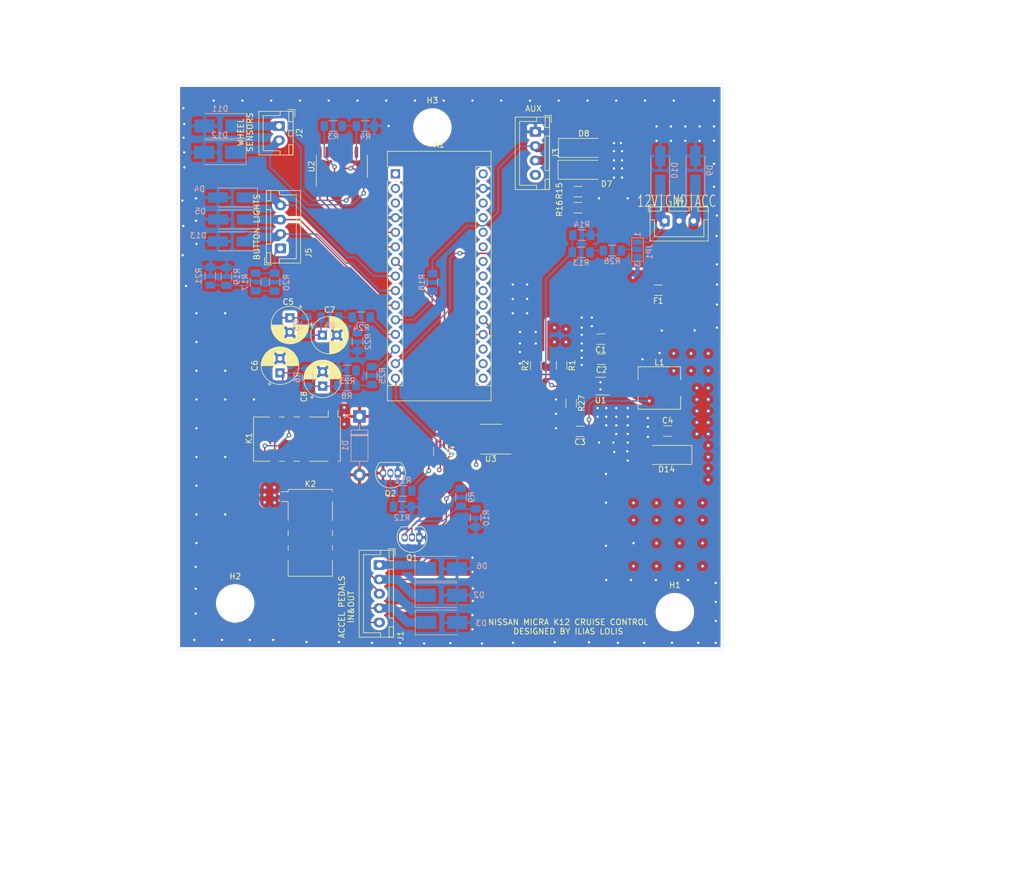
<source format=kicad_pcb>
(kicad_pcb (version 20171130) (host pcbnew 5.1.10-88a1d61d58~88~ubuntu18.04.1)
  (layers (0 F.Cu signal) (1 POWER.Cu power) (2 GND.Cu power) (31 B.Cu signal) (34 B.Paste user) (35 F.Paste user) (36 B.SilkS user) (37 F.SilkS user) (38 B.Mask user) (39 F.Mask user) (44 Edge.Cuts user))
  (net 0 "")
  (net 1 GND)
  (net 2 Vcc)
  (net 3 "Net-(A1-Pad16)")
  (net 4 Brake)
  (net 5 "Net-(A1-Pad30)")
  (net 6 Buzzer)
  (net 7 "Net-(A1-Pad13)")
  (net 8 "Net-(A1-Pad28)")
  (net 9 "Net-(A1-Pad12)")
  (net 10 "Net-(A1-Pad11)")
  (net 11 "Net-(A1-Pad26)")
  (net 12 ButtonRedLight)
  (net 13 "Net-(A1-Pad25)")
  (net 14 ButtonBlueLight)
  (net 15 "Net-(A1-Pad24)")
  (net 16 ButtonGreenLight)
  (net 17 "Net-(A1-Pad23)")
  (net 18 CruiseControlEnMcu)
  (net 19 "Net-(A1-Pad22)")
  (net 20 "Net-(A1-Pad6)")
  (net 21 "Net-(A1-Pad21)")
  (net 22 "Net-(A1-Pad5)")
  (net 23 "Net-(A1-Pad20)")
  (net 24 "Net-(A1-Pad19)")
  (net 25 "Net-(A1-Pad3)")
  (net 26 "Net-(A1-Pad18)")
  (net 27 "Net-(A1-Pad2)")
  (net 28 "Net-(A1-Pad17)")
  (net 29 "Net-(A1-Pad1)")
  (net 30 +12V)
  (net 31 "Net-(C3-Pad2)")
  (net 32 "Net-(C3-Pad1)")
  (net 33 "Net-(C5-Pad1)")
  (net 34 "Net-(C6-Pad1)")
  (net 35 "Net-(C7-Pad1)")
  (net 36 "Net-(C8-Pad1)")
  (net 37 "Net-(D1-Pad2)")
  (net 38 AccelPedalB)
  (net 39 AccelPedalA)
  (net 40 "Net-(D6-Pad1)")
  (net 41 "Net-(D7-Pad1)")
  (net 42 ButtonInput)
  (net 43 AccessoryPowerSignal)
  (net 44 WheelSensorA)
  (net 45 WheelSensorB)
  (net 46 AccelOutA)
  (net 47 AccelOutB)
  (net 48 "Net-(J5-Pad1)")
  (net 49 "Net-(JP1-Pad2)")
  (net 50 "Net-(K1-Pad4)")
  (net 51 "Net-(K1-Pad9)")
  (net 52 "Net-(Q1-Pad2)")
  (net 53 "Net-(Q2-Pad2)")
  (net 54 "Net-(R1-Pad2)")
  (net 55 "Net-(R3-Pad2)")
  (net 56 "Net-(R22-Pad2)")
  (net 57 "Net-(R23-Pad2)")
  (net 58 CruiseControlEnable)
  (net 59 "Net-(R13-Pad2)")
  (net 60 "Net-(R13-Pad1)")
  (net 61 "Net-(R15-Pad2)")
  (net 62 "Net-(R17-Pad2)")
  (net 63 "Net-(R27-Pad1)")
  (net 64 "Net-(D9-Pad1)")
  (module Module:Arduino_Nano (layer F.Cu) (at 74.6 50.75)
    (fp_text reference A1 (at 7.62 -5.08) (layer F.SilkS))
    (fp_text value Arduino_Nano_v3.x)
    (pad 16 thru_hole oval (at 15.24 35.56) (size 1.6 1.6) (drill 1) (layers *.Cu *.Mask) (net 3 "Net-(A1-Pad16)"))
    (pad 15 thru_hole oval (at 0 35.56) (size 1.6 1.6) (drill 1) (layers *.Cu *.Mask) (net 4 Brake))
    (pad 30 thru_hole oval (at 15.24 0) (size 1.6 1.6) (drill 1) (layers *.Cu *.Mask) (net 5 "Net-(A1-Pad30)"))
    (pad 14 thru_hole oval (at 0 33.02) (size 1.6 1.6) (drill 1) (layers *.Cu *.Mask) (net 6 Buzzer))
    (pad 29 thru_hole oval (at 15.24 2.54) (size 1.6 1.6) (drill 1) (layers *.Cu *.Mask) (net 1 GND))
    (pad 13 thru_hole oval (at 0 30.48) (size 1.6 1.6) (drill 1) (layers *.Cu *.Mask) (net 7 "Net-(A1-Pad13)"))
    (pad 28 thru_hole oval (at 15.24 5.08) (size 1.6 1.6) (drill 1) (layers *.Cu *.Mask) (net 8 "Net-(A1-Pad28)"))
    (pad 12 thru_hole oval (at 0 27.94) (size 1.6 1.6) (drill 1) (layers *.Cu *.Mask) (net 9 "Net-(A1-Pad12)"))
    (pad 27 thru_hole oval (at 15.24 7.62) (size 1.6 1.6) (drill 1) (layers *.Cu *.Mask) (net 2 Vcc))
    (pad 11 thru_hole oval (at 0 25.4) (size 1.6 1.6) (drill 1) (layers *.Cu *.Mask) (net 10 "Net-(A1-Pad11)"))
    (pad 26 thru_hole oval (at 15.24 10.16) (size 1.6 1.6) (drill 1) (layers *.Cu *.Mask) (net 11 "Net-(A1-Pad26)"))
    (pad 10 thru_hole oval (at 0 22.86) (size 1.6 1.6) (drill 1) (layers *.Cu *.Mask) (net 12 ButtonRedLight))
    (pad 25 thru_hole oval (at 15.24 12.7) (size 1.6 1.6) (drill 1) (layers *.Cu *.Mask) (net 13 "Net-(A1-Pad25)"))
    (pad 9 thru_hole oval (at 0 20.32) (size 1.6 1.6) (drill 1) (layers *.Cu *.Mask) (net 14 ButtonBlueLight))
    (pad 24 thru_hole oval (at 15.24 15.24) (size 1.6 1.6) (drill 1) (layers *.Cu *.Mask) (net 15 "Net-(A1-Pad24)"))
    (pad 8 thru_hole oval (at 0 17.78) (size 1.6 1.6) (drill 1) (layers *.Cu *.Mask) (net 16 ButtonGreenLight))
    (pad 23 thru_hole oval (at 15.24 17.78) (size 1.6 1.6) (drill 1) (layers *.Cu *.Mask) (net 17 "Net-(A1-Pad23)"))
    (pad 7 thru_hole oval (at 0 15.24) (size 1.6 1.6) (drill 1) (layers *.Cu *.Mask) (net 18 CruiseControlEnMcu))
    (pad 22 thru_hole oval (at 15.24 20.32) (size 1.6 1.6) (drill 1) (layers *.Cu *.Mask) (net 19 "Net-(A1-Pad22)"))
    (pad 6 thru_hole oval (at 0 12.7) (size 1.6 1.6) (drill 1) (layers *.Cu *.Mask) (net 20 "Net-(A1-Pad6)"))
    (pad 21 thru_hole oval (at 15.24 22.86) (size 1.6 1.6) (drill 1) (layers *.Cu *.Mask) (net 21 "Net-(A1-Pad21)"))
    (pad 5 thru_hole oval (at 0 10.16) (size 1.6 1.6) (drill 1) (layers *.Cu *.Mask) (net 22 "Net-(A1-Pad5)"))
    (pad 20 thru_hole oval (at 15.24 25.4) (size 1.6 1.6) (drill 1) (layers *.Cu *.Mask) (net 23 "Net-(A1-Pad20)"))
    (pad 4 thru_hole oval (at 0 7.62) (size 1.6 1.6) (drill 1) (layers *.Cu *.Mask) (net 1 GND))
    (pad 19 thru_hole oval (at 15.24 27.94) (size 1.6 1.6) (drill 1) (layers *.Cu *.Mask) (net 24 "Net-(A1-Pad19)"))
    (pad 3 thru_hole oval (at 0 5.08) (size 1.6 1.6) (drill 1) (layers *.Cu *.Mask) (net 25 "Net-(A1-Pad3)"))
    (pad 18 thru_hole oval (at 15.24 30.48) (size 1.6 1.6) (drill 1) (layers *.Cu *.Mask) (net 26 "Net-(A1-Pad18)"))
    (pad 2 thru_hole oval (at 0 2.54) (size 1.6 1.6) (drill 1) (layers *.Cu *.Mask) (net 27 "Net-(A1-Pad2)"))
    (pad 17 thru_hole oval (at 15.24 33.02) (size 1.6 1.6) (drill 1) (layers *.Cu *.Mask) (net 28 "Net-(A1-Pad17)"))
    (pad 1 thru_hole rect (at 0 0) (size 1.6 1.6) (drill 1) (layers *.Cu *.Mask) (net 29 "Net-(A1-Pad1)"))
  )
  (module MountingHole:MountingHole_3.7mm (layer F.Cu) (at 81.026 42.672)
    (fp_text reference H3 (at 0 -4.7) (layer F.SilkS))
    (fp_text value MountingHole)
    (pad 1 np_thru_hole circle (at 0 0) (size 3.7 3.7) (drill 3.7) (layers *.Cu *.Mask))
  )
  (module MountingHole:MountingHole_3.7mm (layer F.Cu) (at 46.736 125.476)
    (fp_text reference H2 (at 0 -4.7) (layer F.SilkS))
    (fp_text value MountingHole)
    (pad 1 np_thru_hole circle (at 0 0) (size 3.7 3.7) (drill 3.7) (layers *.Cu *.Mask))
  )
  (module MountingHole:MountingHole_3.7mm (layer F.Cu) (at 123.19 127)
    (fp_text reference H1 (at 0 -4.7) (layer F.SilkS))
    (fp_text value MountingHole)
    (pad 1 np_thru_hole circle (at 0 0) (size 3.7 3.7) (drill 3.7) (layers *.Cu *.Mask))
  )
  (module Diode_SMD:D_SMA_Handsoldering (layer F.Cu) (at 121.75 99.65 180)
    (fp_text reference D14 (at 0 -2.5) (layer F.SilkS))
    (fp_text value SMAJ6.0A)
    (pad 2 smd rect (at 2.5 0 180) (size 3.5 1.8) (layers F.Cu F.Paste F.Mask) (net 1 GND))
    (pad 1 smd rect (at -2.5 0 180) (size 3.5 1.8) (layers F.Cu F.Paste F.Mask) (net 2 Vcc))
  )
  (module Connector_JST:JST_XH_B5B-XH-A_1x05_P2.50mm_Vertical (layer F.Cu) (at 71.8 118.8 270)
    (fp_text reference J1 (at 12.33 -3.69 90) (layer F.SilkS))
    (fp_text value "ACCEL PEDALS IN&OUT & BRAKE")
    (pad 5 thru_hole oval (at 10 0 270) (size 1.7 1.95) (drill 0.95) (layers *.Cu *.Mask) (net 46 AccelOutA))
    (pad 4 thru_hole oval (at 7.5 0 270) (size 1.7 1.95) (drill 0.95) (layers *.Cu *.Mask) (net 39 AccelPedalA))
    (pad 3 thru_hole oval (at 5 0 270) (size 1.7 1.95) (drill 0.95) (layers *.Cu *.Mask) (net 47 AccelOutB))
    (pad 2 thru_hole oval (at 2.5 0 270) (size 1.7 1.95) (drill 0.95) (layers *.Cu *.Mask) (net 38 AccelPedalB))
    (pad 1 thru_hole roundrect (at 0 0 270) (size 1.7 1.95) (drill 0.95) (layers *.Cu *.Mask) (roundrect_rratio 0.1470588235294118) (net 40 "Net-(D6-Pad1)"))
  )
  (module Relay_SMD:Relay_DPDT_Omron_G6S-2F (layer F.Cu) (at 59.85 113.25)
    (fp_text reference K2 (at -0.04 -8.55) (layer F.SilkS))
    (fp_text value G6S-2)
    (pad 5 smd rect (at -4 3.81) (size 2.2 1) (layers F.Cu F.Paste F.Mask) (net 50 "Net-(K1-Pad4)"))
    (pad 8 smd rect (at 4 3.81) (size 2.2 1) (layers F.Cu F.Paste F.Mask) (net 51 "Net-(K1-Pad9)"))
    (pad 3 smd rect (at -4 -1.27) (size 2.2 1) (layers F.Cu F.Paste F.Mask) (net 39 AccelPedalA))
    (pad 1 smd rect (at -4 -6.35) (size 2.2 1) (layers F.Cu F.Paste F.Mask) (net 2 Vcc))
    (pad 10 smd rect (at 4 -1.27) (size 2.2 1) (layers F.Cu F.Paste F.Mask) (net 38 AccelPedalB))
    (pad 12 smd rect (at 4 -6.35) (size 2.2 1) (layers F.Cu F.Paste F.Mask) (net 37 "Net-(D1-Pad2)"))
    (pad 4 smd rect (at -4 1.27) (size 2.2 1) (layers F.Cu F.Paste F.Mask) (net 46 AccelOutA))
    (pad 9 smd rect (at 4 1.27) (size 2.2 1) (layers F.Cu F.Paste F.Mask) (net 47 AccelOutB))
  )
  (module Relay_SMD:Relay_DPDT_Omron_G6S-2F (layer F.Cu) (at 57.42 96.95 270)
    (fp_text reference K1 (at -0.19 8.29 90) (layer F.SilkS))
    (fp_text value G6S-2)
    (pad 5 smd rect (at -4 3.81 270) (size 2.2 1) (layers F.Cu F.Paste F.Mask) (net 33 "Net-(C5-Pad1)"))
    (pad 8 smd rect (at 4 3.81 270) (size 2.2 1) (layers F.Cu F.Paste F.Mask) (net 34 "Net-(C6-Pad1)"))
    (pad 3 smd rect (at -4 -1.27 270) (size 2.2 1) (layers F.Cu F.Paste F.Mask) (net 39 AccelPedalA))
    (pad 1 smd rect (at -4 -6.35 270) (size 2.2 1) (layers F.Cu F.Paste F.Mask) (net 2 Vcc))
    (pad 10 smd rect (at 4 -1.27 270) (size 2.2 1) (layers F.Cu F.Paste F.Mask) (net 38 AccelPedalB))
    (pad 12 smd rect (at 4 -6.35 270) (size 2.2 1) (layers F.Cu F.Paste F.Mask) (net 37 "Net-(D1-Pad2)"))
    (pad 4 smd rect (at -4 1.27 270) (size 2.2 1) (layers F.Cu F.Paste F.Mask) (net 50 "Net-(K1-Pad4)"))
    (pad 9 smd rect (at 4 1.27 270) (size 2.2 1) (layers F.Cu F.Paste F.Mask) (net 51 "Net-(K1-Pad9)"))
  )
  (module Package_TO_SOT_SMD:SOT-363_SC-70-6_Handsoldering (layer F.Cu) (at 82.4 99.02 270)
    (fp_text reference U4 (at 0 -2 270) (layer F.SilkS))
    (fp_text value NL7SZ57DFT2G)
    (pad 6 smd rect (at 1.33 -0.65 270) (size 1.5 0.4) (layers F.Cu F.Paste F.Mask) (net 4 Brake))
    (pad 5 smd rect (at 1.33 0 270) (size 1.5 0.4) (layers F.Cu F.Paste F.Mask) (net 2 Vcc))
    (pad 4 smd rect (at 1.33 0.65 270) (size 1.5 0.4) (layers F.Cu F.Paste F.Mask) (net 58 CruiseControlEnable))
    (pad 3 smd rect (at -1.33 0.65 270) (size 1.5 0.4) (layers F.Cu F.Paste F.Mask) (net 2 Vcc))
    (pad 2 smd rect (at -1.33 0 270) (size 1.5 0.4) (layers F.Cu F.Paste F.Mask) (net 1 GND))
    (pad 1 smd rect (at -1.33 -0.65 270) (size 1.5 0.4) (layers F.Cu F.Paste F.Mask) (net 18 CruiseControlEnMcu))
  )
  (module Package_SO:SOP-8_3.76x4.96mm_P1.27mm (layer F.Cu) (at 91.1835 96.901 180)
    (fp_text reference U3 (at 0 -3.43) (layer F.SilkS))
    (fp_text value LM358)
    (pad 8 smd roundrect (at 2.5375 -1.905 180) (size 1.975 0.65) (layers F.Cu F.Paste F.Mask) (net 2 Vcc))
    (pad 7 smd roundrect (at 2.5375 -0.635 180) (size 1.975 0.65) (layers F.Cu F.Paste F.Mask) (net 24 "Net-(A1-Pad19)"))
    (pad 6 smd roundrect (at 2.5375 0.635 180) (size 1.975 0.65) (layers F.Cu F.Paste F.Mask) (net 24 "Net-(A1-Pad19)"))
    (pad 5 smd roundrect (at 2.5375 1.905 180) (size 1.975 0.65) (layers F.Cu F.Paste F.Mask) (net 38 AccelPedalB))
    (pad 4 smd roundrect (at -2.5375 1.905 180) (size 1.975 0.65) (layers F.Cu F.Paste F.Mask) (net 1 GND))
    (pad 3 smd roundrect (at -2.5375 0.635 180) (size 1.975 0.65) (layers F.Cu F.Paste F.Mask) (net 39 AccelPedalA))
    (pad 2 smd roundrect (at -2.5375 -0.635 180) (size 1.975 0.65) (layers F.Cu F.Paste F.Mask) (net 23 "Net-(A1-Pad20)"))
    (pad 1 smd roundrect (at -2.5375 -1.905 180) (size 1.975 0.65) (layers F.Cu F.Paste F.Mask) (net 23 "Net-(A1-Pad20)"))
  )
  (module Package_SO:SOIC-14_3.9x8.7mm_P1.27mm (layer F.Cu) (at 65.278 49.465 90)
    (fp_text reference U2 (at 0 -5.28 90) (layer F.SilkS))
    (fp_text value LM339)
    (pad 14 smd roundrect (at 2.475 -3.81 90) (size 1.95 0.6) (layers F.Cu F.Paste F.Mask))
    (pad 13 smd roundrect (at 2.475 -2.54 90) (size 1.95 0.6) (layers F.Cu F.Paste F.Mask))
    (pad 12 smd roundrect (at 2.475 -1.27 90) (size 1.95 0.6) (layers F.Cu F.Paste F.Mask) (net 1 GND))
    (pad 11 smd roundrect (at 2.475 0 90) (size 1.95 0.6) (layers F.Cu F.Paste F.Mask))
    (pad 10 smd roundrect (at 2.475 1.27 90) (size 1.95 0.6) (layers F.Cu F.Paste F.Mask))
    (pad 9 smd roundrect (at 2.475 2.54 90) (size 1.95 0.6) (layers F.Cu F.Paste F.Mask))
    (pad 8 smd roundrect (at 2.475 3.81 90) (size 1.95 0.6) (layers F.Cu F.Paste F.Mask))
    (pad 7 smd roundrect (at -2.475 3.81 90) (size 1.95 0.6) (layers F.Cu F.Paste F.Mask) (net 45 WheelSensorB))
    (pad 6 smd roundrect (at -2.475 2.54 90) (size 1.95 0.6) (layers F.Cu F.Paste F.Mask) (net 55 "Net-(R3-Pad2)"))
    (pad 5 smd roundrect (at -2.475 1.27 90) (size 1.95 0.6) (layers F.Cu F.Paste F.Mask) (net 44 WheelSensorA))
    (pad 4 smd roundrect (at -2.475 0 90) (size 1.95 0.6) (layers F.Cu F.Paste F.Mask) (net 55 "Net-(R3-Pad2)"))
    (pad 3 smd roundrect (at -2.475 -1.27 90) (size 1.95 0.6) (layers F.Cu F.Paste F.Mask) (net 2 Vcc))
    (pad 2 smd roundrect (at -2.475 -2.54 90) (size 1.95 0.6) (layers F.Cu F.Paste F.Mask) (net 22 "Net-(A1-Pad5)"))
    (pad 1 smd roundrect (at -2.475 -3.81 90) (size 1.95 0.6) (layers F.Cu F.Paste F.Mask) (net 20 "Net-(A1-Pad6)"))
  )
  (module Package_TO_SOT_SMD:TSOT-23-6 (layer F.Cu) (at 110.276 87.696 180)
    (fp_text reference U1 (at 0 -2.45) (layer F.SilkS))
    (fp_text value TPS56339DDC)
    (pad 6 smd rect (at 1.31 -0.95 180) (size 1.22 0.65) (layers F.Cu F.Paste F.Mask) (net 63 "Net-(R27-Pad1)"))
    (pad 5 smd rect (at 1.31 0 180) (size 1.22 0.65) (layers F.Cu F.Paste F.Mask) (net 60 "Net-(R13-Pad1)"))
    (pad 4 smd rect (at 1.31 0.95 180) (size 1.22 0.65) (layers F.Cu F.Paste F.Mask) (net 54 "Net-(R1-Pad2)"))
    (pad 3 smd rect (at -1.31 0.95 180) (size 1.22 0.65) (layers F.Cu F.Paste F.Mask) (net 30 +12V))
    (pad 2 smd rect (at -1.31 0 180) (size 1.22 0.65) (layers F.Cu F.Paste F.Mask) (net 32 "Net-(C3-Pad1)"))
    (pad 1 smd rect (at -1.31 -0.95 180) (size 1.22 0.65) (layers F.Cu F.Paste F.Mask) (net 1 GND))
  )
  (module Resistor_SMD:R_1206_3216Metric_Pad1.30x1.75mm_HandSolder (layer F.Cu) (at 105.156 90.652 270)
    (fp_text reference R27 (at 0 -1.82 90) (layer F.SilkS))
    (fp_text value 30Ω)
    (pad 2 smd roundrect (at 1.55 0 270) (size 1.3 1.75) (layers F.Cu F.Paste F.Mask) (roundrect_rratio 0.1923069230769231) (net 31 "Net-(C3-Pad2)"))
    (pad 1 smd roundrect (at -1.55 0 270) (size 1.3 1.75) (layers F.Cu F.Paste F.Mask) (roundrect_rratio 0.1923069230769231) (net 63 "Net-(R27-Pad1)"))
  )
  (module Resistor_SMD:R_1206_3216Metric_Pad1.30x1.75mm_HandSolder (layer B.Cu) (at 112.3 64.1)
    (fp_text reference R26 (at 0 1.82 180) (layer B.SilkS) (effects (justify mirror)))
    (fp_text value 30.9k)
    (pad 2 smd roundrect (at 1.55 0) (size 1.3 1.75) (layers B.Cu B.Paste B.Mask) (roundrect_rratio 0.1923069230769231) (net 49 "Net-(JP1-Pad2)"))
    (pad 1 smd roundrect (at -1.55 0) (size 1.3 1.75) (layers B.Cu B.Paste B.Mask) (roundrect_rratio 0.1923069230769231) (net 59 "Net-(R13-Pad2)"))
  )
  (module Resistor_SMD:R_1206_3216Metric_Pad1.30x1.75mm_HandSolder (layer B.Cu) (at 70.5 85.85 90)
    (fp_text reference R25 (at 0 1.82 270) (layer B.SilkS) (effects (justify mirror)))
    (fp_text value 4.98k)
    (pad 2 smd roundrect (at 1.55 0 90) (size 1.3 1.75) (layers B.Cu B.Paste B.Mask) (roundrect_rratio 0.1923069230769231) (net 7 "Net-(A1-Pad13)"))
    (pad 1 smd roundrect (at -1.55 0 90) (size 1.3 1.75) (layers B.Cu B.Paste B.Mask) (roundrect_rratio 0.1923069230769231) (net 57 "Net-(R23-Pad2)"))
  )
  (module Resistor_SMD:R_1206_3216Metric_Pad1.30x1.75mm_HandSolder (layer B.Cu) (at 68.65 75.7)
    (fp_text reference R24 (at 0 1.82) (layer B.SilkS) (effects (justify mirror)))
    (fp_text value 2.49k)
    (pad 2 smd roundrect (at 1.55 0) (size 1.3 1.75) (layers B.Cu B.Paste B.Mask) (roundrect_rratio 0.1923069230769231) (net 9 "Net-(A1-Pad12)"))
    (pad 1 smd roundrect (at -1.55 0) (size 1.3 1.75) (layers B.Cu B.Paste B.Mask) (roundrect_rratio 0.1923069230769231) (net 56 "Net-(R22-Pad2)"))
  )
  (module Resistor_SMD:R_1206_3216Metric_Pad1.30x1.75mm_HandSolder (layer B.Cu) (at 66.2 84.95)
    (fp_text reference R23 (at 0 1.82) (layer B.SilkS) (effects (justify mirror)))
    (fp_text value 2.49k)
    (pad 2 smd roundrect (at 1.55 0) (size 1.3 1.75) (layers B.Cu B.Paste B.Mask) (roundrect_rratio 0.1923069230769231) (net 57 "Net-(R23-Pad2)"))
    (pad 1 smd roundrect (at -1.55 0) (size 1.3 1.75) (layers B.Cu B.Paste B.Mask) (roundrect_rratio 0.1923069230769231) (net 1 GND))
  )
  (module Resistor_SMD:R_1206_3216Metric_Pad1.30x1.75mm_HandSolder (layer B.Cu) (at 68 79.95 90)
    (fp_text reference R22 (at 0 1.82 270) (layer B.SilkS) (effects (justify mirror)))
    (fp_text value 4.98k)
    (pad 2 smd roundrect (at 1.55 0 90) (size 1.3 1.75) (layers B.Cu B.Paste B.Mask) (roundrect_rratio 0.1923069230769231) (net 56 "Net-(R22-Pad2)"))
    (pad 1 smd roundrect (at -1.55 0 90) (size 1.3 1.75) (layers B.Cu B.Paste B.Mask) (roundrect_rratio 0.1923069230769231) (net 1 GND))
  )
  (module Resistor_SMD:R_1206_3216Metric_Pad1.30x1.75mm_HandSolder (layer B.Cu) (at 42.418 68.554 90)
    (fp_text reference R21 (at 0.034 -2.038 90) (layer B.SilkS) (effects (justify mirror)))
    (fp_text value 270)
    (pad 2 smd roundrect (at 1.55 0 90) (size 1.3 1.75) (layers B.Cu B.Paste B.Mask) (roundrect_rratio 0.1923069230769231) (net 1 GND))
    (pad 1 smd roundrect (at -1.55 0 90) (size 1.3 1.75) (layers B.Cu B.Paste B.Mask) (roundrect_rratio 0.1923069230769231) (net 62 "Net-(R17-Pad2)"))
  )
  (module Resistor_SMD:R_1206_3216Metric_Pad1.30x1.75mm_HandSolder (layer B.Cu) (at 53.594 69.596 270)
    (fp_text reference R20 (at 0.054 -2.046 270) (layer B.SilkS) (effects (justify mirror)))
    (fp_text value 270)
    (pad 2 smd roundrect (at 1.55 0 270) (size 1.3 1.75) (layers B.Cu B.Paste B.Mask) (roundrect_rratio 0.1923069230769231) (net 62 "Net-(R17-Pad2)"))
    (pad 1 smd roundrect (at -1.55 0 270) (size 1.3 1.75) (layers B.Cu B.Paste B.Mask) (roundrect_rratio 0.1923069230769231) (net 48 "Net-(J5-Pad1)"))
  )
  (module Resistor_SMD:R_1206_3216Metric_Pad1.30x1.75mm_HandSolder (layer B.Cu) (at 45.212 68.606 90)
    (fp_text reference R19 (at 0 1.82 90) (layer B.SilkS) (effects (justify mirror)))
    (fp_text value 270)
    (pad 2 smd roundrect (at 1.55 0 90) (size 1.3 1.75) (layers B.Cu B.Paste B.Mask) (roundrect_rratio 0.1923069230769231) (net 1 GND))
    (pad 1 smd roundrect (at -1.55 0 90) (size 1.3 1.75) (layers B.Cu B.Paste B.Mask) (roundrect_rratio 0.1923069230769231) (net 62 "Net-(R17-Pad2)"))
  )
  (module Resistor_SMD:R_1206_3216Metric_Pad1.30x1.75mm_HandSolder (layer B.Cu) (at 81.026 69.622 270)
    (fp_text reference R18 (at 0 1.82 90) (layer B.SilkS) (effects (justify mirror)))
    (fp_text value 1k)
    (pad 2 smd roundrect (at 1.55 0 270) (size 1.3 1.75) (layers B.Cu B.Paste B.Mask) (roundrect_rratio 0.1923069230769231) (net 10 "Net-(A1-Pad11)"))
    (pad 1 smd roundrect (at -1.55 0 270) (size 1.3 1.75) (layers B.Cu B.Paste B.Mask) (roundrect_rratio 0.1923069230769231) (net 42 ButtonInput))
  )
  (module Resistor_SMD:R_1206_3216Metric_Pad1.30x1.75mm_HandSolder (layer B.Cu) (at 50.292 69.57 270)
    (fp_text reference R17 (at 0 1.82 90) (layer B.SilkS) (effects (justify mirror)))
    (fp_text value 270)
    (pad 2 smd roundrect (at 1.55 0 270) (size 1.3 1.75) (layers B.Cu B.Paste B.Mask) (roundrect_rratio 0.1923069230769231) (net 62 "Net-(R17-Pad2)"))
    (pad 1 smd roundrect (at -1.55 0 270) (size 1.3 1.75) (layers B.Cu B.Paste B.Mask) (roundrect_rratio 0.1923069230769231) (net 48 "Net-(J5-Pad1)"))
  )
  (module Resistor_SMD:R_1206_3216Metric_Pad1.30x1.75mm_HandSolder (layer F.Cu) (at 106.33 53.844 180)
    (fp_text reference R16 (at 3.2 -2.916 270) (layer F.SilkS))
    (fp_text value 1k)
    (pad 2 smd roundrect (at 1.55 0 180) (size 1.3 1.75) (layers F.Cu F.Paste F.Mask) (roundrect_rratio 0.1923069230769231) (net 41 "Net-(D7-Pad1)"))
    (pad 1 smd roundrect (at -1.55 0 180) (size 1.3 1.75) (layers F.Cu F.Paste F.Mask) (roundrect_rratio 0.1923069230769231) (net 61 "Net-(R15-Pad2)"))
  )
  (module Resistor_SMD:R_1206_3216Metric_Pad1.30x1.75mm_HandSolder (layer F.Cu) (at 106.33 56.638)
    (fp_text reference R15 (at -3.24 -2.938 90) (layer F.SilkS))
    (fp_text value 1k)
    (pad 2 smd roundrect (at 1.55 0) (size 1.3 1.75) (layers F.Cu F.Paste F.Mask) (roundrect_rratio 0.1923069230769231) (net 61 "Net-(R15-Pad2)"))
    (pad 1 smd roundrect (at -1.55 0) (size 1.3 1.75) (layers F.Cu F.Paste F.Mask) (roundrect_rratio 0.1923069230769231) (net 6 Buzzer))
  )
  (module Resistor_SMD:R_1206_3216Metric_Pad1.30x1.75mm_HandSolder (layer B.Cu) (at 107 61.4 180)
    (fp_text reference R14 (at 0 1.82) (layer B.SilkS) (effects (justify mirror)))
    (fp_text value 10k)
    (pad 2 smd roundrect (at 1.55 0 180) (size 1.3 1.75) (layers B.Cu B.Paste B.Mask) (roundrect_rratio 0.1923069230769231) (net 60 "Net-(R13-Pad1)"))
    (pad 1 smd roundrect (at -1.55 0 180) (size 1.3 1.75) (layers B.Cu B.Paste B.Mask) (roundrect_rratio 0.1923069230769231) (net 1 GND))
  )
  (module Resistor_SMD:R_1206_3216Metric_Pad1.30x1.75mm_HandSolder (layer B.Cu) (at 106.9 64.4)
    (fp_text reference R13 (at 0 1.82) (layer B.SilkS) (effects (justify mirror)))
    (fp_text value 10k)
    (pad 2 smd roundrect (at 1.55 0) (size 1.3 1.75) (layers B.Cu B.Paste B.Mask) (roundrect_rratio 0.1923069230769231) (net 59 "Net-(R13-Pad2)"))
    (pad 1 smd roundrect (at -1.55 0) (size 1.3 1.75) (layers B.Cu B.Paste B.Mask) (roundrect_rratio 0.1923069230769231) (net 60 "Net-(R13-Pad1)"))
  )
  (module Resistor_SMD:R_1206_3216Metric_Pad1.30x1.75mm_HandSolder (layer B.Cu) (at 75.8 108.65 180)
    (fp_text reference R12 (at 0.05 -1.91) (layer B.SilkS) (effects (justify mirror)))
    (fp_text value 10k)
    (pad 2 smd roundrect (at 1.55 0 180) (size 1.3 1.75) (layers B.Cu B.Paste B.Mask) (roundrect_rratio 0.1923069230769231) (net 53 "Net-(Q2-Pad2)"))
    (pad 1 smd roundrect (at -1.55 0 180) (size 1.3 1.75) (layers B.Cu B.Paste B.Mask) (roundrect_rratio 0.1923069230769231) (net 1 GND))
  )
  (module Resistor_SMD:R_1206_3216Metric_Pad1.30x1.75mm_HandSolder (layer B.Cu) (at 75.9 105.9 180)
    (fp_text reference R11 (at 0 1.82) (layer B.SilkS) (effects (justify mirror)))
    (fp_text value 1k)
    (pad 2 smd roundrect (at 1.55 0 180) (size 1.3 1.75) (layers B.Cu B.Paste B.Mask) (roundrect_rratio 0.1923069230769231) (net 53 "Net-(Q2-Pad2)"))
    (pad 1 smd roundrect (at -1.55 0 180) (size 1.3 1.75) (layers B.Cu B.Paste B.Mask) (roundrect_rratio 0.1923069230769231) (net 58 CruiseControlEnable))
  )
  (module Resistor_SMD:R_1206_3216Metric_Pad1.30x1.75mm_HandSolder (layer B.Cu) (at 88.55 110.6 90)
    (fp_text reference R10 (at 0 1.82 90) (layer B.SilkS) (effects (justify mirror)))
    (fp_text value 10k)
    (pad 2 smd roundrect (at 1.55 0 90) (size 1.3 1.75) (layers B.Cu B.Paste B.Mask) (roundrect_rratio 0.1923069230769231) (net 52 "Net-(Q1-Pad2)"))
    (pad 1 smd roundrect (at -1.55 0 90) (size 1.3 1.75) (layers B.Cu B.Paste B.Mask) (roundrect_rratio 0.1923069230769231) (net 1 GND))
  )
  (module Resistor_SMD:R_1206_3216Metric_Pad1.30x1.75mm_HandSolder (layer B.Cu) (at 86 107 90)
    (fp_text reference R9 (at 0 1.82 90) (layer B.SilkS) (effects (justify mirror)))
    (fp_text value 10k)
    (pad 2 smd roundrect (at 1.55 0 90) (size 1.3 1.75) (layers B.Cu B.Paste B.Mask) (roundrect_rratio 0.1923069230769231) (net 40 "Net-(D6-Pad1)"))
    (pad 1 smd roundrect (at -1.55 0 90) (size 1.3 1.75) (layers B.Cu B.Paste B.Mask) (roundrect_rratio 0.1923069230769231) (net 52 "Net-(Q1-Pad2)"))
  )
  (module Resistor_SMD:R_1206_3216Metric_Pad1.30x1.75mm_HandSolder (layer B.Cu) (at 66.15 87.55)
    (fp_text reference R8 (at 0 1.82) (layer B.SilkS) (effects (justify mirror)))
    (fp_text value 1k)
    (pad 2 smd roundrect (at 1.55 0) (size 1.3 1.75) (layers B.Cu B.Paste B.Mask) (roundrect_rratio 0.1923069230769231) (net 57 "Net-(R23-Pad2)"))
    (pad 1 smd roundrect (at -1.55 0) (size 1.3 1.75) (layers B.Cu B.Paste B.Mask) (roundrect_rratio 0.1923069230769231) (net 36 "Net-(C8-Pad1)"))
  )
  (module Resistor_SMD:R_1206_3216Metric_Pad1.30x1.75mm_HandSolder (layer B.Cu) (at 63.2 75.75)
    (fp_text reference R7 (at 0 1.82) (layer B.SilkS) (effects (justify mirror)))
    (fp_text value 1k)
    (pad 2 smd roundrect (at 1.55 0) (size 1.3 1.75) (layers B.Cu B.Paste B.Mask) (roundrect_rratio 0.1923069230769231) (net 56 "Net-(R22-Pad2)"))
    (pad 1 smd roundrect (at -1.55 0) (size 1.3 1.75) (layers B.Cu B.Paste B.Mask) (roundrect_rratio 0.1923069230769231) (net 35 "Net-(C7-Pad1)"))
  )
  (module Resistor_SMD:R_1206_3216Metric_Pad1.30x1.75mm_HandSolder (layer B.Cu) (at 59.31 86.17 270)
    (fp_text reference R6 (at 0 1.82 90) (layer B.SilkS) (effects (justify mirror)))
    (fp_text value 1k)
    (pad 2 smd roundrect (at 1.55 0 270) (size 1.3 1.75) (layers B.Cu B.Paste B.Mask) (roundrect_rratio 0.1923069230769231) (net 36 "Net-(C8-Pad1)"))
    (pad 1 smd roundrect (at -1.55 0 270) (size 1.3 1.75) (layers B.Cu B.Paste B.Mask) (roundrect_rratio 0.1923069230769231) (net 34 "Net-(C6-Pad1)"))
  )
  (module Resistor_SMD:R_1206_3216Metric_Pad1.30x1.75mm_HandSolder (layer B.Cu) (at 59.15 77.15 270)
    (fp_text reference R5 (at 0 1.82 90) (layer B.SilkS) (effects (justify mirror)))
    (fp_text value 1k)
    (pad 2 smd roundrect (at 1.55 0 270) (size 1.3 1.75) (layers B.Cu B.Paste B.Mask) (roundrect_rratio 0.1923069230769231) (net 35 "Net-(C7-Pad1)"))
    (pad 1 smd roundrect (at -1.55 0 270) (size 1.3 1.75) (layers B.Cu B.Paste B.Mask) (roundrect_rratio 0.1923069230769231) (net 33 "Net-(C5-Pad1)"))
  )
  (module Resistor_SMD:R_1206_3216Metric_Pad1.30x1.75mm_HandSolder (layer B.Cu) (at 69.368 42.418)
    (fp_text reference R4 (at 0 1.82) (layer B.SilkS) (effects (justify mirror)))
    (fp_text value 1k)
    (pad 2 smd roundrect (at 1.55 0) (size 1.3 1.75) (layers B.Cu B.Paste B.Mask) (roundrect_rratio 0.1923069230769231) (net 1 GND))
    (pad 1 smd roundrect (at -1.55 0) (size 1.3 1.75) (layers B.Cu B.Paste B.Mask) (roundrect_rratio 0.1923069230769231) (net 55 "Net-(R3-Pad2)"))
  )
  (module Resistor_SMD:R_1206_3216Metric_Pad1.30x1.75mm_HandSolder (layer B.Cu) (at 63.78 42.418)
    (fp_text reference R3 (at 0 1.82) (layer B.SilkS) (effects (justify mirror)))
    (fp_text value 5k)
    (pad 2 smd roundrect (at 1.55 0) (size 1.3 1.75) (layers B.Cu B.Paste B.Mask) (roundrect_rratio 0.1923069230769231) (net 55 "Net-(R3-Pad2)"))
    (pad 1 smd roundrect (at -1.55 0) (size 1.3 1.75) (layers B.Cu B.Paste B.Mask) (roundrect_rratio 0.1923069230769231) (net 2 Vcc))
  )
  (module Resistor_SMD:R_1206_3216Metric_Pad1.30x1.75mm_HandSolder (layer F.Cu) (at 99 84.1 90)
    (fp_text reference R2 (at 0 -1.82 90) (layer F.SilkS))
    (fp_text value 10kΩ)
    (pad 2 smd roundrect (at 1.55 0 90) (size 1.3 1.75) (layers F.Cu F.Paste F.Mask) (roundrect_rratio 0.1923069230769231) (net 1 GND))
    (pad 1 smd roundrect (at -1.55 0 90) (size 1.3 1.75) (layers F.Cu F.Paste F.Mask) (roundrect_rratio 0.1923069230769231) (net 54 "Net-(R1-Pad2)"))
  )
  (module Resistor_SMD:R_1206_3216Metric_Pad1.30x1.75mm_HandSolder (layer F.Cu) (at 103.5 84.074 270)
    (fp_text reference R1 (at 0 -1.82 90) (layer F.SilkS))
    (fp_text value 30.9kΩ)
    (pad 2 smd roundrect (at 1.55 0 270) (size 1.3 1.75) (layers F.Cu F.Paste F.Mask) (roundrect_rratio 0.1923069230769231) (net 54 "Net-(R1-Pad2)"))
    (pad 1 smd roundrect (at -1.55 0 270) (size 1.3 1.75) (layers F.Cu F.Paste F.Mask) (roundrect_rratio 0.1923069230769231) (net 2 Vcc))
  )
  (module Package_TO_SOT_THT:TO-92_Inline (layer F.Cu) (at 75 102.8 180)
    (fp_text reference Q2 (at 1.27 -3.56) (layer F.SilkS))
    (fp_text value 2N7000)
    (pad 1 thru_hole rect (at 0 0 180) (size 1.05 1.5) (drill 0.75) (layers *.Cu *.Mask) (net 1 GND))
    (pad 3 thru_hole oval (at 2.54 0 180) (size 1.05 1.5) (drill 0.75) (layers *.Cu *.Mask) (net 37 "Net-(D1-Pad2)"))
    (pad 2 thru_hole oval (at 1.27 0 180) (size 1.05 1.5) (drill 0.75) (layers *.Cu *.Mask) (net 53 "Net-(Q2-Pad2)"))
  )
  (module Package_TO_SOT_THT:TO-92_Inline (layer F.Cu) (at 78.75 114 180)
    (fp_text reference Q1 (at 1.27 -3.56) (layer F.SilkS))
    (fp_text value 2N3904)
    (pad 1 thru_hole rect (at 0 0 180) (size 1.05 1.5) (drill 0.75) (layers *.Cu *.Mask) (net 1 GND))
    (pad 3 thru_hole oval (at 2.54 0 180) (size 1.05 1.5) (drill 0.75) (layers *.Cu *.Mask) (net 4 Brake))
    (pad 2 thru_hole oval (at 1.27 0 180) (size 1.05 1.5) (drill 0.75) (layers *.Cu *.Mask) (net 52 "Net-(Q1-Pad2)"))
  )
  (module Inductor_SMD:L_7.3x7.3_H3.5 (layer F.Cu) (at 120.5 88)
    (fp_text reference L1 (at 0 -4.45) (layer F.SilkS))
    (fp_text value 4.7uH)
    (pad 2 smd rect (at 3.2 0) (size 1.5 2.2) (layers F.Cu F.Paste F.Mask) (net 2 Vcc))
    (pad 1 smd rect (at -3.2 0) (size 1.5 2.2) (layers F.Cu F.Paste F.Mask) (net 32 "Net-(C3-Pad1)"))
  )
  (module Jumper:SolderJumper-3_P1.3mm_Open_Pad1.0x1.5mm_NumberLabels (layer B.Cu) (at 116.7 63.9 270)
    (fp_text reference JP1 (at 0.4 -2.09 270) (layer B.SilkS) (effects (justify mirror)))
    (fp_text value Jumper_3_Open)
    (fp_text user 1 (at -2.6 0 270) (layer B.SilkS) (effects (justify mirror)))
    (fp_text user 3 (at 2.6 0 270) (layer B.SilkS) (effects (justify mirror)))
    (pad 1 smd rect (at -1.3 0 270) (size 1 1.5) (layers B.Cu B.Mask) (net 43 AccessoryPowerSignal))
    (pad 2 smd rect (at 0 0 270) (size 1 1.5) (layers B.Cu B.Mask) (net 49 "Net-(JP1-Pad2)"))
    (pad 3 smd rect (at 1.3 0 270) (size 1 1.5) (layers B.Cu B.Mask) (net 30 +12V))
  )
  (module Connector_JST:JST_XH_B4B-XH-A_1x04_P2.50mm_Vertical (layer F.Cu) (at 54.61 63.714 90)
    (fp_text reference J5 (at -0.786 4.89 90) (layer F.SilkS))
    (fp_text value "Btn Light Connector")
    (pad 1 thru_hole roundrect (at 0 0 90) (size 1.7 1.95) (drill 0.95) (layers *.Cu *.Mask) (roundrect_rratio 0.1470588235294118) (net 48 "Net-(J5-Pad1)"))
    (pad 2 thru_hole oval (at 2.5 0 90) (size 1.7 1.95) (drill 0.95) (layers *.Cu *.Mask) (net 14 ButtonBlueLight))
    (pad 3 thru_hole oval (at 5 0 90) (size 1.7 1.95) (drill 0.95) (layers *.Cu *.Mask) (net 12 ButtonRedLight))
    (pad 4 thru_hole oval (at 7.5 0 90) (size 1.7 1.95) (drill 0.95) (layers *.Cu *.Mask) (net 16 ButtonGreenLight))
  )
  (module Connector_JST:JST_XH_B3B-XH-A_1x03_P2.50mm_Vertical (layer F.Cu) (at 121.43 58.93)
    (fp_text reference J4 (at 2.5 -3.55) (layer F.SilkS))
    (fp_text value Conn_01x03_Male)
    (pad 3 thru_hole oval (at 5 0) (size 1.7 1.95) (drill 0.95) (layers *.Cu *.Mask) (net 64 "Net-(D9-Pad1)"))
    (pad 2 thru_hole oval (at 2.5 0) (size 1.7 1.95) (drill 0.95) (layers *.Cu *.Mask) (net 1 GND))
    (pad 1 thru_hole roundrect (at 0 0) (size 1.7 1.95) (drill 0.95) (layers *.Cu *.Mask) (roundrect_rratio 0.1470588235294118) (net 43 AccessoryPowerSignal))
  )
  (module Connector_JST:JST_XH_B4B-XH-A_1x04_P2.50mm_Vertical (layer F.Cu) (at 98.938 43.43 270)
    (fp_text reference J3 (at 3.75 -3.55 90) (layer F.SilkS))
    (fp_text value AUX)
    (pad 4 thru_hole oval (at 7.5 0 270) (size 1.7 1.95) (drill 0.95) (layers *.Cu *.Mask) (net 2 Vcc))
    (pad 3 thru_hole oval (at 5 0 270) (size 1.7 1.95) (drill 0.95) (layers *.Cu *.Mask) (net 41 "Net-(D7-Pad1)"))
    (pad 2 thru_hole oval (at 2.5 0 270) (size 1.7 1.95) (drill 0.95) (layers *.Cu *.Mask) (net 42 ButtonInput))
    (pad 1 thru_hole roundrect (at 0 0 270) (size 1.7 1.95) (drill 0.95) (layers *.Cu *.Mask) (roundrect_rratio 0.1470588235294118) (net 1 GND))
  )
  (module Connector_JST:JST_XH_B2B-XH-A_1x02_P2.50mm_Vertical (layer F.Cu) (at 54.356 42.418 270)
    (fp_text reference J2 (at 1.25 -3.55 90) (layer F.SilkS))
    (fp_text value "Wheel Sensors")
    (pad 2 thru_hole oval (at 2.5 0 270) (size 1.7 2) (drill 1) (layers *.Cu *.Mask) (net 45 WheelSensorB))
    (pad 1 thru_hole roundrect (at 0 0 270) (size 1.7 2) (drill 1) (layers *.Cu *.Mask) (roundrect_rratio 0.1470588235294118) (net 44 WheelSensorA))
  )
  (module Capacitor_SMD:C_1206_3216Metric_Pad1.33x1.80mm_HandSolder (layer F.Cu) (at 120.2875 71 180)
    (fp_text reference F1 (at 0 -1.85) (layer F.SilkS))
    (fp_text value 150mA)
    (pad 2 smd roundrect (at 1.5625 0 180) (size 1.325 1.8) (layers F.Cu F.Paste F.Mask) (roundrect_rratio 0.1886769811320755) (net 30 +12V))
    (pad 1 smd roundrect (at -1.5625 0 180) (size 1.325 1.8) (layers F.Cu F.Paste F.Mask) (roundrect_rratio 0.1886769811320755) (net 64 "Net-(D9-Pad1)"))
  )
  (module Diode_SMD:D_SMA_Handsoldering (layer B.Cu) (at 46.228 62.484 180)
    (fp_text reference D13 (at 5.898 1.014) (layer B.SilkS) (effects (justify mirror)))
    (fp_text value SMAJ6.0A)
    (pad 2 smd rect (at 2.5 0 180) (size 3.5 1.8) (layers B.Cu B.Paste B.Mask) (net 1 GND))
    (pad 1 smd rect (at -2.5 0 180) (size 3.5 1.8) (layers B.Cu B.Paste B.Mask) (net 14 ButtonBlueLight))
  )
  (module Diode_SMD:D_SMB_Handsoldering (layer B.Cu) (at 44.036 47 180)
    (fp_text reference D12 (at 0 3) (layer B.SilkS) (effects (justify mirror)))
    (fp_text value SMBJ17A)
    (pad 2 smd rect (at 2.7 0 180) (size 3.5 2.3) (layers B.Cu B.Paste B.Mask) (net 1 GND))
    (pad 1 smd rect (at -2.7 0 180) (size 3.5 2.3) (layers B.Cu B.Paste B.Mask) (net 45 WheelSensorB))
  )
  (module Diode_SMD:D_SMB_Handsoldering (layer B.Cu) (at 44.102 42.418 180)
    (fp_text reference D11 (at 0 3) (layer B.SilkS) (effects (justify mirror)))
    (fp_text value SMBJ17A)
    (pad 2 smd rect (at 2.7 0 180) (size 3.5 2.3) (layers B.Cu B.Paste B.Mask) (net 1 GND))
    (pad 1 smd rect (at -2.7 0 180) (size 3.5 2.3) (layers B.Cu B.Paste B.Mask) (net 44 WheelSensorA))
  )
  (module Diode_SMD:D_SMA_Handsoldering (layer B.Cu) (at 120.65 50.13 90)
    (fp_text reference D10 (at 0 2.5 90) (layer B.SilkS) (effects (justify mirror)))
    (fp_text value SMBJ22A)
    (pad 2 smd rect (at 2.5 0 90) (size 3.5 1.8) (layers B.Cu B.Paste B.Mask) (net 1 GND))
    (pad 1 smd rect (at -2.5 0 90) (size 3.5 1.8) (layers B.Cu B.Paste B.Mask) (net 43 AccessoryPowerSignal))
  )
  (module Diode_SMD:D_SMA_Handsoldering (layer B.Cu) (at 126.75 50.13 90)
    (fp_text reference D9 (at 0 2.5 270) (layer B.SilkS) (effects (justify mirror)))
    (fp_text value SMBJ22A)
    (pad 2 smd rect (at 2.5 0 90) (size 3.5 1.8) (layers B.Cu B.Paste B.Mask) (net 1 GND))
    (pad 1 smd rect (at -2.5 0 90) (size 3.5 1.8) (layers B.Cu B.Paste B.Mask) (net 64 "Net-(D9-Pad1)"))
  )
  (module Diode_SMD:D_SMA_Handsoldering (layer F.Cu) (at 107.36 46.224)
    (fp_text reference D8 (at 0 -2.5) (layer F.SilkS))
    (fp_text value SMAJ6.0A)
    (pad 2 smd rect (at 2.5 0) (size 3.5 1.8) (layers F.Cu F.Paste F.Mask) (net 1 GND))
    (pad 1 smd rect (at -2.5 0) (size 3.5 1.8) (layers F.Cu F.Paste F.Mask) (net 42 ButtonInput))
  )
  (module Diode_SMD:D_SMA_Handsoldering (layer F.Cu) (at 107.28 50.034)
    (fp_text reference D7 (at 4.03 2.466 180) (layer F.SilkS))
    (fp_text value SMAJ6.0A)
    (pad 2 smd rect (at 2.5 0) (size 3.5 1.8) (layers F.Cu F.Paste F.Mask) (net 1 GND))
    (pad 1 smd rect (at -2.5 0) (size 3.5 1.8) (layers F.Cu F.Paste F.Mask) (net 41 "Net-(D7-Pad1)"))
  )
  (module Diode_SMD:D_SMB_Handsoldering (layer B.Cu) (at 82.6 119.45)
    (fp_text reference D6 (at 7.04 -0.48) (layer B.SilkS) (effects (justify mirror)))
    (fp_text value SMBJ17A)
    (pad 2 smd rect (at 2.7 0) (size 3.5 2.3) (layers B.Cu B.Paste B.Mask) (net 1 GND))
    (pad 1 smd rect (at -2.7 0) (size 3.5 2.3) (layers B.Cu B.Paste B.Mask) (net 40 "Net-(D6-Pad1)"))
  )
  (module Diode_SMD:D_SMA_Handsoldering (layer B.Cu) (at 46.268 58.674 180)
    (fp_text reference D5 (at 5.608 1.424) (layer B.SilkS) (effects (justify mirror)))
    (fp_text value SMAJ6.0A)
    (pad 2 smd rect (at 2.5 0 180) (size 3.5 1.8) (layers B.Cu B.Paste B.Mask) (net 1 GND))
    (pad 1 smd rect (at -2.5 0 180) (size 3.5 1.8) (layers B.Cu B.Paste B.Mask) (net 12 ButtonRedLight))
  )
  (module Diode_SMD:D_SMA_Handsoldering (layer B.Cu) (at 46.228 54.864 180)
    (fp_text reference D4 (at 5.718 1.474) (layer B.SilkS) (effects (justify mirror)))
    (fp_text value SMAJ6.0A)
    (pad 2 smd rect (at 2.5 0 180) (size 3.5 1.8) (layers B.Cu B.Paste B.Mask) (net 1 GND))
    (pad 1 smd rect (at -2.5 0 180) (size 3.5 1.8) (layers B.Cu B.Paste B.Mask) (net 16 ButtonGreenLight))
  )
  (module Diode_SMD:D_SMB_Handsoldering (layer B.Cu) (at 82.65 128.8)
    (fp_text reference D3 (at 6.88 0.11) (layer B.SilkS) (effects (justify mirror)))
    (fp_text value SMBJ17A)
    (pad 2 smd rect (at 2.7 0) (size 3.5 2.3) (layers B.Cu B.Paste B.Mask) (net 1 GND))
    (pad 1 smd rect (at -2.7 0) (size 3.5 2.3) (layers B.Cu B.Paste B.Mask) (net 39 AccelPedalA))
  )
  (module Diode_SMD:D_SMB_Handsoldering (layer B.Cu) (at 82.6 124.05)
    (fp_text reference D2 (at 6.53 -0.02) (layer B.SilkS) (effects (justify mirror)))
    (fp_text value SMBJ17A)
    (pad 2 smd rect (at 2.7 0) (size 3.5 2.3) (layers B.Cu B.Paste B.Mask) (net 1 GND))
    (pad 1 smd rect (at -2.7 0) (size 3.5 2.3) (layers B.Cu B.Paste B.Mask) (net 38 AccelPedalB))
  )
  (module Diode_THT:D_DO-41_SOD81_P10.16mm_Horizontal (layer B.Cu) (at 68.35 92.95 270)
    (fp_text reference D1 (at 5.08 2.47 90) (layer B.SilkS) (effects (justify mirror)))
    (fp_text value 1N4004)
    (fp_text user K (at 0 2.1 90) (layer B.SilkS) (effects (justify mirror)))
    (pad 2 thru_hole oval (at 10.16 0 270) (size 2.2 2.2) (drill 1.1) (layers *.Cu *.Mask) (net 37 "Net-(D1-Pad2)"))
    (pad 1 thru_hole rect (at 0 0 270) (size 2.2 2.2) (drill 1.1) (layers *.Cu *.Mask) (net 2 Vcc))
  )
  (module Capacitor_THT:CP_Radial_D6.3mm_P2.50mm (layer F.Cu) (at 61.94 87.67 90)
    (fp_text reference C8 (at -1.84 -3.25 90) (layer F.SilkS))
    (fp_text value 100u)
    (pad 2 thru_hole circle (at 2.5 0 90) (size 1.6 1.6) (drill 0.8) (layers *.Cu *.Mask) (net 1 GND))
    (pad 1 thru_hole rect (at 0 0 90) (size 1.6 1.6) (drill 0.8) (layers *.Cu *.Mask) (net 36 "Net-(C8-Pad1)"))
  )
  (module Capacitor_THT:CP_Radial_D6.3mm_P2.50mm (layer F.Cu) (at 61.9 78.8)
    (fp_text reference C7 (at 1.25 -4.4) (layer F.SilkS))
    (fp_text value 100u)
    (pad 2 thru_hole circle (at 2.5 0) (size 1.6 1.6) (drill 0.8) (layers *.Cu *.Mask) (net 1 GND))
    (pad 1 thru_hole rect (at 0 0) (size 1.6 1.6) (drill 0.8) (layers *.Cu *.Mask) (net 35 "Net-(C7-Pad1)"))
  )
  (module Capacitor_THT:CP_Radial_D6.3mm_P2.50mm (layer F.Cu) (at 54.53 85.37 90)
    (fp_text reference C6 (at 1.25 -4.4 90) (layer F.SilkS))
    (fp_text value 2.2u)
    (pad 2 thru_hole circle (at 2.5 0 90) (size 1.6 1.6) (drill 0.8) (layers *.Cu *.Mask) (net 1 GND))
    (pad 1 thru_hole rect (at 0 0 90) (size 1.6 1.6) (drill 0.8) (layers *.Cu *.Mask) (net 34 "Net-(C6-Pad1)"))
  )
  (module Capacitor_THT:CP_Radial_D6.3mm_P2.50mm (layer F.Cu) (at 56.25 75.8 270)
    (fp_text reference C5 (at -2.78 0.29 180) (layer F.SilkS))
    (fp_text value 2.2u)
    (pad 2 thru_hole circle (at 2.5 0 270) (size 1.6 1.6) (drill 0.8) (layers *.Cu *.Mask) (net 1 GND))
    (pad 1 thru_hole rect (at 0 0 270) (size 1.6 1.6) (drill 0.8) (layers *.Cu *.Mask) (net 33 "Net-(C5-Pad1)"))
  )
  (module Capacitor_SMD:C_1206_3216Metric_Pad1.33x1.80mm_HandSolder (layer F.Cu) (at 121.9375 95.5)
    (fp_text reference C4 (at 0 -1.85) (layer F.SilkS))
    (fp_text value 22uF)
    (pad 2 smd roundrect (at 1.5625 0) (size 1.325 1.8) (layers F.Cu F.Paste F.Mask) (roundrect_rratio 0.1886769811320755) (net 2 Vcc))
    (pad 1 smd roundrect (at -1.5625 0) (size 1.325 1.8) (layers F.Cu F.Paste F.Mask) (roundrect_rratio 0.1886769811320755) (net 1 GND))
  )
  (module Capacitor_SMD:C_1206_3216Metric_Pad1.33x1.80mm_HandSolder (layer F.Cu) (at 106.7 95.55 180)
    (fp_text reference C3 (at 0 -1.85) (layer F.SilkS))
    (fp_text value 100nF)
    (pad 2 smd roundrect (at 1.5625 0 180) (size 1.325 1.8) (layers F.Cu F.Paste F.Mask) (roundrect_rratio 0.1886769811320755) (net 31 "Net-(C3-Pad2)"))
    (pad 1 smd roundrect (at -1.5625 0 180) (size 1.325 1.8) (layers F.Cu F.Paste F.Mask) (roundrect_rratio 0.1886769811320755) (net 32 "Net-(C3-Pad1)"))
  )
  (module Capacitor_SMD:C_1206_3216Metric_Pad1.33x1.80mm_HandSolder (layer F.Cu) (at 110.4375 83 180)
    (fp_text reference C2 (at 0 -1.85) (layer F.SilkS))
    (fp_text value 100nF)
    (pad 2 smd roundrect (at 1.5625 0 180) (size 1.325 1.8) (layers F.Cu F.Paste F.Mask) (roundrect_rratio 0.1886769811320755) (net 1 GND))
    (pad 1 smd roundrect (at -1.5625 0 180) (size 1.325 1.8) (layers F.Cu F.Paste F.Mask) (roundrect_rratio 0.1886769811320755) (net 30 +12V))
  )
  (module Capacitor_SMD:C_1206_3216Metric_Pad1.33x1.80mm_HandSolder (layer F.Cu) (at 110.3125 79.5 180)
    (fp_text reference C1 (at 0 -1.85) (layer F.SilkS))
    (fp_text value 10uF)
    (pad 2 smd roundrect (at 1.5625 0 180) (size 1.325 1.8) (layers F.Cu F.Paste F.Mask) (roundrect_rratio 0.1886769811320755) (net 1 GND))
    (pad 1 smd roundrect (at -1.5625 0 180) (size 1.325 1.8) (layers F.Cu F.Paste F.Mask) (roundrect_rratio 0.1886769811320755) (net 30 +12V))
  )
  (gr_text "NISSAN MICRA K12 CRUISE CONTROL\nDESIGNED BY ILIAS LOLIS" (at 104.648 129.54) (layer F.SilkS) (effects (font (size 1 1))))
  (gr_text "ACCEL PEDALS\nIN&OUT" (at 66.08 126.1 90) (layer F.SilkS) (effects (font (size 1 1))))
  (gr_line (start 131.65 35.1) (end 36.65 35.1) (layer Edge.Cuts) (width 0.05))
  (gr_line (start 131.65 38.6) (end 131.65 35.1) (layer Edge.Cuts) (width 0.05))
  (gr_line (start 36.65 38.6) (end 36.65 35.1) (layer Edge.Cuts) (width 0.05))
  (gr_text 12V|GND|ACC (at 123.5 55.5) (layer F.SilkS) (effects (font (size 2 1.3))))
  (gr_text AUX (at 98.6 39.4) (layer F.SilkS) (effects (font (size 1 1))))
  (gr_text "BUTTON LIGHTS" (at 50.5 60 90) (layer F.SilkS) (effects (font (size 1 1))))
  (gr_text "WHEEL\nSENSORS" (at 48.5 43.5 90) (layer F.SilkS) (effects (font (size 1 1))))
  (gr_line (start 131.65 133.6) (end 131.65 38.6) (layer Edge.Cuts) (width 0.05))
  (gr_line (start 36.65 133.6) (end 131.65 133.6) (layer Edge.Cuts) (width 0.05))
  (gr_line (start 36.65 38.6) (end 36.65 133.6) (layer Edge.Cuts) (width 0.05))
  (via (at 81.79 95.61) (size 0.8) (drill 0.4) (layers F.Cu B.Cu) (net 1))
  (segment (start 70.918 42.418) (end 72.898 42.418) (width 0.25) (layer B.Cu) (net 1))
  (segment (start 72.898 42.418) (end 73.406 42.418) (width 0.25) (layer B.Cu) (net 1))
  (segment (start 73.406 42.418) (end 73.406 42.418) (width 0.25) (layer B.Cu) (net 1))
  (via (at 73.406 42.418) (size 0.8) (drill 0.4) (layers F.Cu B.Cu) (net 1))
  (via (at 109.75 91.5) (size 0.8) (drill 0.4) (layers F.Cu B.Cu) (net 1))
  (via (at 111.25 91.5) (size 0.8) (drill 0.4) (layers F.Cu B.Cu) (net 1))
  (via (at 113 91.5) (size 0.8) (drill 0.4) (layers F.Cu B.Cu) (net 1))
  (via (at 115 91.5) (size 0.8) (drill 0.4) (layers F.Cu B.Cu) (net 1))
  (via (at 109.75 93) (size 0.8) (drill 0.4) (layers F.Cu B.Cu) (net 1))
  (via (at 111.25 93) (size 0.8) (drill 0.4) (layers F.Cu B.Cu) (net 1))
  (via (at 113 93) (size 0.8) (drill 0.4) (layers F.Cu B.Cu) (net 1))
  (via (at 115 93) (size 0.8) (drill 0.4) (layers F.Cu B.Cu) (net 1))
  (via (at 111.25 94.5) (size 0.8) (drill 0.4) (layers F.Cu B.Cu) (net 1))
  (via (at 113 94.5) (size 0.8) (drill 0.4) (layers F.Cu B.Cu) (net 1))
  (via (at 115 94.5) (size 0.8) (drill 0.4) (layers F.Cu B.Cu) (net 1))
  (via (at 113 96) (size 0.8) (drill 0.4) (layers F.Cu B.Cu) (net 1))
  (via (at 115 96) (size 0.8) (drill 0.4) (layers F.Cu B.Cu) (net 1))
  (via (at 118.5 93.25) (size 0.8) (drill 0.4) (layers F.Cu B.Cu) (net 1))
  (via (at 118.5 94.75) (size 0.8) (drill 0.4) (layers F.Cu B.Cu) (net 1))
  (via (at 118.5 96.5) (size 0.8) (drill 0.4) (layers F.Cu B.Cu) (net 1))
  (via (at 107 84) (size 0.8) (drill 0.4) (layers F.Cu B.Cu) (net 1))
  (via (at 107 82.75) (size 0.8) (drill 0.4) (layers F.Cu B.Cu) (net 1))
  (via (at 107 81.5) (size 0.8) (drill 0.4) (layers F.Cu B.Cu) (net 1))
  (via (at 107 80.25) (size 0.8) (drill 0.4) (layers F.Cu B.Cu) (net 1))
  (via (at 107 78.75) (size 0.8) (drill 0.4) (layers F.Cu B.Cu) (net 1))
  (via (at 107 77.5) (size 0.8) (drill 0.4) (layers F.Cu B.Cu) (net 1))
  (via (at 108.75 77.25) (size 0.8) (drill 0.4) (layers F.Cu B.Cu) (net 1))
  (via (at 107 75.75) (size 0.8) (drill 0.4) (layers F.Cu B.Cu) (net 1))
  (via (at 108.75 75.75) (size 0.8) (drill 0.4) (layers F.Cu B.Cu) (net 1))
  (via (at 110.25 87) (size 0.8) (drill 0.4) (layers F.Cu B.Cu) (net 1))
  (via (at 110.25 88.25) (size 0.8) (drill 0.4) (layers F.Cu B.Cu) (net 1))
  (via (at 96.25 83.75) (size 0.8) (drill 0.4) (layers F.Cu B.Cu) (net 1))
  (via (at 96.25 81.75) (size 0.8) (drill 0.4) (layers F.Cu B.Cu) (net 1))
  (via (at 99 80.25) (size 0.8) (drill 0.4) (layers F.Cu B.Cu) (net 1))
  (via (at 99 78.25) (size 0.8) (drill 0.4) (layers F.Cu B.Cu) (net 1))
  (via (at 96.25 78.25) (size 0.8) (drill 0.4) (layers F.Cu B.Cu) (net 1))
  (via (at 96.25 80.25) (size 0.8) (drill 0.4) (layers F.Cu B.Cu) (net 1))
  (via (at 102.5 90) (size 0.8) (drill 0.4) (layers F.Cu B.Cu) (net 1))
  (via (at 102.5 92.5) (size 0.8) (drill 0.4) (layers F.Cu B.Cu) (net 1))
  (via (at 102.5 95) (size 0.8) (drill 0.4) (layers F.Cu B.Cu) (net 1))
  (via (at 95 75) (size 0.8) (drill 0.4) (layers F.Cu B.Cu) (net 1))
  (via (at 97.5 75) (size 0.8) (drill 0.4) (layers F.Cu B.Cu) (net 1))
  (via (at 97.5 72.5) (size 0.8) (drill 0.4) (layers F.Cu B.Cu) (net 1))
  (via (at 95 72.5) (size 0.8) (drill 0.4) (layers F.Cu B.Cu) (net 1))
  (via (at 95 70) (size 0.8) (drill 0.4) (layers F.Cu B.Cu) (net 1))
  (via (at 97.5 70) (size 0.8) (drill 0.4) (layers F.Cu B.Cu) (net 1))
  (via (at 112.5 97.5) (size 0.8) (drill 0.4) (layers F.Cu B.Cu) (net 1))
  (via (at 115 97.5) (size 0.8) (drill 0.4) (layers F.Cu B.Cu) (net 1))
  (via (at 110 97.5) (size 0.8) (drill 0.4) (layers F.Cu B.Cu) (net 1))
  (via (at 111.21 102.95) (size 0.8) (drill 0.4) (layers F.Cu B.Cu) (net 1))
  (via (at 111.21 107.95) (size 0.8) (drill 0.4) (layers F.Cu B.Cu) (net 1))
  (via (at 111.21 115.45) (size 0.8) (drill 0.4) (layers F.Cu B.Cu) (net 1))
  (via (at 59.14 132.2) (size 0.8) (drill 0.4) (layers F.Cu B.Cu) (net 1))
  (via (at 40 115) (size 0.8) (drill 0.4) (layers F.Cu B.Cu) (net 1))
  (via (at 39.624 131.826) (size 0.8) (drill 0.4) (layers F.Cu B.Cu) (net 1))
  (via (at 40 110) (size 0.8) (drill 0.4) (layers F.Cu B.Cu) (net 1))
  (via (at 40 105) (size 0.8) (drill 0.4) (layers F.Cu B.Cu) (net 1))
  (via (at 40 100) (size 0.8) (drill 0.4) (layers F.Cu B.Cu) (net 1))
  (via (at 40 95) (size 0.8) (drill 0.4) (layers F.Cu B.Cu) (net 1))
  (via (at 40 90) (size 0.8) (drill 0.4) (layers F.Cu B.Cu) (net 1))
  (via (at 40 85) (size 0.8) (drill 0.4) (layers F.Cu B.Cu) (net 1))
  (via (at 40 80) (size 0.8) (drill 0.4) (layers F.Cu B.Cu) (net 1))
  (via (at 40 75) (size 0.8) (drill 0.4) (layers F.Cu B.Cu) (net 1))
  (via (at 45 75) (size 0.8) (drill 0.4) (layers F.Cu B.Cu) (net 1))
  (via (at 45 85) (size 0.8) (drill 0.4) (layers F.Cu B.Cu) (net 1))
  (via (at 45 90) (size 0.8) (drill 0.4) (layers F.Cu B.Cu) (net 1))
  (via (at 50 90) (size 0.8) (drill 0.4) (layers F.Cu B.Cu) (net 1))
  (via (at 45 100) (size 0.8) (drill 0.4) (layers F.Cu B.Cu) (net 1))
  (via (at 45 110) (size 0.8) (drill 0.4) (layers F.Cu B.Cu) (net 1))
  (via (at 110 55) (size 0.8) (drill 0.4) (layers F.Cu B.Cu) (net 1))
  (via (at 115 55) (size 0.8) (drill 0.4) (layers F.Cu B.Cu) (net 1))
  (via (at 112.6 45.4) (size 0.8) (drill 0.4) (layers F.Cu B.Cu) (net 1))
  (via (at 112.6 46.8) (size 0.8) (drill 0.4) (layers F.Cu B.Cu) (net 1))
  (via (at 112.6 48.4) (size 0.8) (drill 0.4) (layers F.Cu B.Cu) (net 1))
  (via (at 112.6 49.8) (size 0.8) (drill 0.4) (layers F.Cu B.Cu) (net 1))
  (via (at 112.6 51.4) (size 0.8) (drill 0.4) (layers F.Cu B.Cu) (net 1))
  (via (at 114 51.4) (size 0.8) (drill 0.4) (layers F.Cu B.Cu) (net 1))
  (via (at 114 48.4) (size 0.8) (drill 0.4) (layers F.Cu B.Cu) (net 1))
  (via (at 114 49.8) (size 0.8) (drill 0.4) (layers F.Cu B.Cu) (net 1))
  (via (at 114 46.8) (size 0.8) (drill 0.4) (layers F.Cu B.Cu) (net 1))
  (via (at 113.8 45.4) (size 0.8) (drill 0.4) (layers F.Cu B.Cu) (net 1))
  (via (at 120 42.5) (size 0.8) (drill 0.4) (layers F.Cu B.Cu) (net 1))
  (via (at 122.5 42.5) (size 0.8) (drill 0.4) (layers F.Cu B.Cu) (net 1))
  (via (at 125 42.5) (size 0.8) (drill 0.4) (layers F.Cu B.Cu) (net 1))
  (via (at 127.5 42.5) (size 0.8) (drill 0.4) (layers F.Cu B.Cu) (net 1))
  (via (at 130 42.5) (size 0.8) (drill 0.4) (layers F.Cu B.Cu) (net 1))
  (via (at 130 45) (size 0.8) (drill 0.4) (layers F.Cu B.Cu) (net 1))
  (via (at 125 45) (size 0.8) (drill 0.4) (layers F.Cu B.Cu) (net 1))
  (via (at 122.5 45) (size 0.8) (drill 0.4) (layers F.Cu B.Cu) (net 1))
  (via (at 120 45) (size 0.8) (drill 0.4) (layers F.Cu B.Cu) (net 1))
  (via (at 127.5 45) (size 0.8) (drill 0.4) (layers F.Cu B.Cu) (net 1))
  (via (at 88 120) (size 0.8) (drill 0.4) (layers F.Cu B.Cu) (net 1))
  (via (at 88 117.5) (size 0.8) (drill 0.4) (layers F.Cu B.Cu) (net 1))
  (via (at 88 127.5) (size 0.8) (drill 0.4) (layers F.Cu B.Cu) (net 1))
  (via (at 88 130) (size 0.8) (drill 0.4) (layers F.Cu B.Cu) (net 1))
  (via (at 130.5 66.5) (size 0.8) (drill 0.4) (layers F.Cu B.Cu) (net 1))
  (via (at 130.5 70) (size 0.8) (drill 0.4) (layers F.Cu B.Cu) (net 1))
  (via (at 130.5 73.5) (size 0.8) (drill 0.4) (layers F.Cu B.Cu) (net 1))
  (via (at 130.5 77.5) (size 0.8) (drill 0.4) (layers F.Cu B.Cu) (net 1))
  (via (at 43 38) (size 0.8) (drill 0.4) (layers F.Cu B.Cu) (net 1))
  (via (at 48 38) (size 0.8) (drill 0.4) (layers F.Cu B.Cu) (net 1))
  (via (at 53 38) (size 0.8) (drill 0.4) (layers F.Cu B.Cu) (net 1))
  (via (at 58 38) (size 0.8) (drill 0.4) (layers F.Cu B.Cu) (net 1))
  (via (at 63 38) (size 0.8) (drill 0.4) (layers F.Cu B.Cu) (net 1))
  (via (at 68 38) (size 0.8) (drill 0.4) (layers F.Cu B.Cu) (net 1))
  (via (at 73 38) (size 0.8) (drill 0.4) (layers F.Cu B.Cu) (net 1))
  (via (at 78 38) (size 0.8) (drill 0.4) (layers F.Cu B.Cu) (net 1))
  (via (at 83 38) (size 0.8) (drill 0.4) (layers F.Cu B.Cu) (net 1))
  (via (at 88 38) (size 0.8) (drill 0.4) (layers F.Cu B.Cu) (net 1))
  (via (at 93 38) (size 0.8) (drill 0.4) (layers F.Cu B.Cu) (net 1))
  (via (at 98 38) (size 0.8) (drill 0.4) (layers F.Cu B.Cu) (net 1))
  (via (at 103 38) (size 0.8) (drill 0.4) (layers F.Cu B.Cu) (net 1))
  (via (at 108 38) (size 0.8) (drill 0.4) (layers F.Cu B.Cu) (net 1))
  (via (at 113 38) (size 0.8) (drill 0.4) (layers F.Cu B.Cu) (net 1))
  (via (at 118 38) (size 0.8) (drill 0.4) (layers F.Cu B.Cu) (net 1))
  (via (at 123 38) (size 0.8) (drill 0.4) (layers F.Cu B.Cu) (net 1))
  (via (at 130 38) (size 0.8) (drill 0.4) (layers F.Cu B.Cu) (net 1))
  (via (at 130 49) (size 0.8) (drill 0.4) (layers F.Cu B.Cu) (net 1))
  (via (at 130 53) (size 0.8) (drill 0.4) (layers F.Cu B.Cu) (net 1))
  (via (at 130.49 57.99) (size 0.8) (drill 0.4) (layers F.Cu B.Cu) (net 1))
  (via (at 130.44 61.56) (size 0.8) (drill 0.4) (layers F.Cu B.Cu) (net 1))
  (via (at 64.76 132.19) (size 0.8) (drill 0.4) (layers F.Cu B.Cu) (net 1))
  (via (at 70.54 132.35) (size 0.8) (drill 0.4) (layers F.Cu B.Cu) (net 1))
  (via (at 75.4 132.4) (size 0.8) (drill 0.4) (layers F.Cu B.Cu) (net 1))
  (via (at 79.59 132.45) (size 0.8) (drill 0.4) (layers F.Cu B.Cu) (net 1))
  (via (at 84.16 132.4) (size 0.8) (drill 0.4) (layers F.Cu B.Cu) (net 1))
  (via (at 89.64 132.47) (size 0.8) (drill 0.4) (layers F.Cu B.Cu) (net 1))
  (via (at 95.05 132.31) (size 0.8) (drill 0.4) (layers F.Cu B.Cu) (net 1))
  (via (at 102.31 132.24) (size 0.8) (drill 0.4) (layers F.Cu B.Cu) (net 1))
  (via (at 37.72 39.32) (size 0.8) (drill 0.4) (layers F.Cu B.Cu) (net 1))
  (via (at 37.77 44.45) (size 0.8) (drill 0.4) (layers F.Cu B.Cu) (net 1))
  (via (at 37.91 49.6) (size 0.8) (drill 0.4) (layers F.Cu B.Cu) (net 1))
  (via (at 37.56 55.41) (size 0.8) (drill 0.4) (layers F.Cu B.Cu) (net 1))
  (via (at 37.72 59.81) (size 0.8) (drill 0.4) (layers F.Cu B.Cu) (net 1))
  (via (at 37.61 64.9) (size 0.8) (drill 0.4) (layers F.Cu B.Cu) (net 1))
  (via (at 38.19 70.25) (size 0.8) (drill 0.4) (layers F.Cu B.Cu) (net 1))
  (via (at 37.88 47.02) (size 0.8) (drill 0.4) (layers F.Cu B.Cu) (net 1))
  (via (at 37.88 42.09) (size 0.8) (drill 0.4) (layers F.Cu B.Cu) (net 1))
  (via (at 39.94 55.01) (size 0.8) (drill 0.4) (layers F.Cu B.Cu) (net 1))
  (via (at 39.94 58.91) (size 0.8) (drill 0.4) (layers F.Cu B.Cu) (net 1))
  (via (at 40 62.93) (size 0.8) (drill 0.4) (layers F.Cu B.Cu) (net 1))
  (via (at 88.08 122.87) (size 0.8) (drill 0.4) (layers F.Cu B.Cu) (net 1))
  (via (at 88.06 125.04) (size 0.8) (drill 0.4) (layers F.Cu B.Cu) (net 1))
  (via (at 108.25 132.24) (size 0.8) (drill 0.4) (layers F.Cu B.Cu) (net 1))
  (via (at 126.64 77.98) (size 0.8) (drill 0.4) (layers F.Cu B.Cu) (net 1))
  (via (at 120.92 78.02) (size 0.8) (drill 0.4) (layers F.Cu B.Cu) (net 1))
  (via (at 120.53 81.91) (size 0.8) (drill 0.4) (layers F.Cu B.Cu) (net 1))
  (via (at 117.56 83) (size 0.8) (drill 0.4) (layers F.Cu B.Cu) (net 1))
  (segment (start 82.4 96.69) (end 82.08 96.37) (width 0.25) (layer F.Cu) (net 1))
  (segment (start 82.4 97.69) (end 82.4 96.69) (width 0.25) (layer F.Cu) (net 1))
  (segment (start 82.08 95.9) (end 81.79 95.61) (width 0.25) (layer F.Cu) (net 1))
  (segment (start 82.08 96.37) (end 82.08 95.9) (width 0.25) (layer F.Cu) (net 1))
  (via (at 116 115) (size 0.8) (drill 0.4) (layers F.Cu B.Cu) (net 1))
  (via (at 114.91 99.02) (size 0.8) (drill 0.4) (layers F.Cu B.Cu) (net 1))
  (via (at 115 100.62) (size 0.8) (drill 0.4) (layers F.Cu B.Cu) (net 1))
  (via (at 112.65 99.14) (size 0.8) (drill 0.4) (layers F.Cu B.Cu) (net 1))
  (segment (start 110.646 88.646) (end 110.25 88.25) (width 0.25) (layer F.Cu) (net 1))
  (segment (start 111.586 88.646) (end 110.646 88.646) (width 0.25) (layer F.Cu) (net 1))
  (segment (start 111.586 88.646) (end 112.736 88.646) (width 0.25) (layer F.Cu) (net 1))
  (via (at 39.878 122.936) (size 0.8) (drill 0.4) (layers F.Cu B.Cu) (net 1))
  (via (at 39.878 119.126) (size 0.8) (drill 0.4) (layers F.Cu B.Cu) (net 1))
  (via (at 49.276 131.826) (size 0.8) (drill 0.4) (layers F.Cu B.Cu) (net 1))
  (via (at 53.34 131.826) (size 0.8) (drill 0.4) (layers F.Cu B.Cu) (net 1))
  (via (at 44.45 131.826) (size 0.8) (drill 0.4) (layers F.Cu B.Cu) (net 1))
  (via (at 39.878 127.254) (size 0.8) (drill 0.4) (layers F.Cu B.Cu) (net 1))
  (via (at 113.284 132.334) (size 0.8) (drill 0.4) (layers F.Cu B.Cu) (net 1))
  (via (at 117.856 132.334) (size 0.8) (drill 0.4) (layers F.Cu B.Cu) (net 1))
  (via (at 122.682 132.334) (size 0.8) (drill 0.4) (layers F.Cu B.Cu) (net 1))
  (via (at 127.254 132.334) (size 0.8) (drill 0.4) (layers F.Cu B.Cu) (net 1))
  (via (at 130.302 132.334) (size 0.8) (drill 0.4) (layers F.Cu B.Cu) (net 1))
  (via (at 130.302 128.524) (size 0.8) (drill 0.4) (layers F.Cu B.Cu) (net 1))
  (via (at 130.302 125.222) (size 0.8) (drill 0.4) (layers F.Cu B.Cu) (net 1))
  (via (at 130.302 121.92) (size 0.8) (drill 0.4) (layers F.Cu B.Cu) (net 1))
  (via (at 125.476 121.412) (size 0.8) (drill 0.4) (layers F.Cu B.Cu) (net 1))
  (via (at 119.888 121.412) (size 0.8) (drill 0.4) (layers F.Cu B.Cu) (net 1))
  (via (at 115.57 121.412) (size 0.8) (drill 0.4) (layers F.Cu B.Cu) (net 1))
  (via (at 111.252 121.412) (size 0.8) (drill 0.4) (layers F.Cu B.Cu) (net 1))
  (via (at 65.7 91.4) (size 0.8) (drill 0.4) (layers F.Cu B.Cu) (net 2))
  (via (at 65.7 92.75) (size 0.8) (drill 0.4) (layers F.Cu B.Cu) (net 2))
  (via (at 65.7 94.3) (size 0.8) (drill 0.4) (layers F.Cu B.Cu) (net 2))
  (via (at 51.9 105.3) (size 0.8) (drill 0.4) (layers F.Cu B.Cu) (net 2))
  (via (at 53.55 105.3) (size 0.8) (drill 0.4) (layers F.Cu B.Cu) (net 2))
  (via (at 51.85 106.6) (size 0.8) (drill 0.4) (layers F.Cu B.Cu) (net 2))
  (via (at 53.6 106.65) (size 0.8) (drill 0.4) (layers F.Cu B.Cu) (net 2))
  (via (at 51.85 107.9) (size 0.8) (drill 0.4) (layers F.Cu B.Cu) (net 2))
  (via (at 53.6 107.95) (size 0.8) (drill 0.4) (layers F.Cu B.Cu) (net 2))
  (segment (start 82.4 100.35) (end 82.4 102.075) (width 0.25) (layer F.Cu) (net 2))
  (segment (start 82.4 102.075) (end 82.225 102.25) (width 0.25) (layer F.Cu) (net 2))
  (segment (start 82.225 102.25) (end 82.225 102.25) (width 0.25) (layer F.Cu) (net 2))
  (via (at 82.225 102.25) (size 0.8) (drill 0.4) (layers F.Cu B.Cu) (net 2))
  (segment (start 81.75 97.69) (end 81.75 98.825) (width 0.25) (layer F.Cu) (net 2))
  (segment (start 82.4 99.475) (end 82.4 100.35) (width 0.25) (layer F.Cu) (net 2))
  (segment (start 81.75 98.825) (end 82.4 99.475) (width 0.25) (layer F.Cu) (net 2))
  (segment (start 88.646 98.806) (end 88.646 101.346) (width 0.25) (layer F.Cu) (net 2))
  (segment (start 88.646 101.346) (end 88.646 101.346) (width 0.25) (layer F.Cu) (net 2))
  (via (at 88.646 101.346) (size 0.8) (drill 0.4) (layers F.Cu B.Cu) (net 2))
  (via (at 123 82) (size 0.8) (drill 0.4) (layers F.Cu B.Cu) (net 2))
  (via (at 126 82) (size 0.8) (drill 0.4) (layers F.Cu B.Cu) (net 2))
  (via (at 129 82) (size 0.8) (drill 0.4) (layers F.Cu B.Cu) (net 2))
  (via (at 123 85) (size 0.8) (drill 0.4) (layers F.Cu B.Cu) (net 2))
  (via (at 126 85) (size 0.8) (drill 0.4) (layers F.Cu B.Cu) (net 2))
  (via (at 129 85) (size 0.8) (drill 0.4) (layers F.Cu B.Cu) (net 2))
  (via (at 127 88) (size 0.8) (drill 0.4) (layers F.Cu B.Cu) (net 2))
  (via (at 129 88) (size 0.8) (drill 0.4) (layers F.Cu B.Cu) (net 2))
  (via (at 127 90) (size 0.8) (drill 0.4) (layers F.Cu B.Cu) (net 2))
  (via (at 129 90) (size 0.8) (drill 0.4) (layers F.Cu B.Cu) (net 2))
  (via (at 127 92) (size 0.8) (drill 0.4) (layers F.Cu B.Cu) (net 2))
  (via (at 129 92) (size 0.8) (drill 0.4) (layers F.Cu B.Cu) (net 2))
  (via (at 127 94) (size 0.8) (drill 0.4) (layers F.Cu B.Cu) (net 2))
  (via (at 129 94) (size 0.8) (drill 0.4) (layers F.Cu B.Cu) (net 2))
  (via (at 127 96) (size 0.8) (drill 0.4) (layers F.Cu B.Cu) (net 2))
  (via (at 129 96) (size 0.8) (drill 0.4) (layers F.Cu B.Cu) (net 2))
  (via (at 129 98) (size 0.8) (drill 0.4) (layers F.Cu B.Cu) (net 2))
  (via (at 129 100) (size 0.8) (drill 0.4) (layers F.Cu B.Cu) (net 2))
  (via (at 129 102) (size 0.8) (drill 0.4) (layers F.Cu B.Cu) (net 2))
  (via (at 129 104) (size 0.8) (drill 0.4) (layers F.Cu B.Cu) (net 2))
  (via (at 116 108) (size 0.8) (drill 0.4) (layers F.Cu B.Cu) (net 2))
  (via (at 120 108) (size 0.8) (drill 0.4) (layers F.Cu B.Cu) (net 2))
  (via (at 124 108) (size 0.8) (drill 0.4) (layers F.Cu B.Cu) (net 2))
  (via (at 128 108) (size 0.8) (drill 0.4) (layers F.Cu B.Cu) (net 2))
  (via (at 116 111) (size 0.8) (drill 0.4) (layers F.Cu B.Cu) (net 2))
  (via (at 120 111) (size 0.8) (drill 0.4) (layers F.Cu B.Cu) (net 2))
  (via (at 124 111) (size 0.8) (drill 0.4) (layers F.Cu B.Cu) (net 2))
  (via (at 128 111) (size 0.8) (drill 0.4) (layers F.Cu B.Cu) (net 2))
  (via (at 120 115) (size 0.8) (drill 0.4) (layers F.Cu B.Cu) (net 2))
  (via (at 124 115) (size 0.8) (drill 0.4) (layers F.Cu B.Cu) (net 2))
  (via (at 128 115) (size 0.8) (drill 0.4) (layers F.Cu B.Cu) (net 2))
  (via (at 128 119) (size 0.8) (drill 0.4) (layers F.Cu B.Cu) (net 2))
  (via (at 124 119) (size 0.8) (drill 0.4) (layers F.Cu B.Cu) (net 2))
  (via (at 120 119) (size 0.8) (drill 0.4) (layers F.Cu B.Cu) (net 2))
  (via (at 116 119) (size 0.8) (drill 0.4) (layers F.Cu B.Cu) (net 2))
  (via (at 102.25 77.5) (size 0.8) (drill 0.4) (layers F.Cu B.Cu) (net 2))
  (via (at 104.25 77.75) (size 0.8) (drill 0.4) (layers F.Cu B.Cu) (net 2))
  (via (at 102.25 80) (size 0.8) (drill 0.4) (layers F.Cu B.Cu) (net 2))
  (via (at 104.25 80) (size 0.8) (drill 0.4) (layers F.Cu B.Cu) (net 2))
  (segment (start 64.008 51.94) (end 64.008 49.508) (width 0.25) (layer F.Cu) (net 2))
  (segment (start 64.008 49.508) (end 64.008 49.508) (width 0.25) (layer F.Cu) (net 2))
  (via (at 64.008 49.508) (size 0.8) (drill 0.4) (layers F.Cu B.Cu) (net 2))
  (segment (start 62.23 47.73) (end 64.008 49.508) (width 0.25) (layer B.Cu) (net 2))
  (segment (start 62.23 42.418) (end 62.23 47.73) (width 0.25) (layer B.Cu) (net 2))
  (segment (start 76.21 113.416998) (end 76.21 114) (width 0.25) (layer F.Cu) (net 4))
  (segment (start 83.05 106.576998) (end 76.21 113.416998) (width 0.25) (layer F.Cu) (net 4))
  (segment (start 83.05 100.35) (end 83.05 106.576998) (width 0.25) (layer F.Cu) (net 4))
  (segment (start 83.05 100.35) (end 83.546 100.35) (width 0.25) (layer F.Cu) (net 4))
  (segment (start 83.546 100.35) (end 84.328 99.568) (width 0.25) (layer F.Cu) (net 4))
  (segment (start 84.328 99.568) (end 84.328 99.568) (width 0.25) (layer F.Cu) (net 4))
  (via (at 84.328 99.568) (size 0.8) (drill 0.4) (layers F.Cu B.Cu) (net 4))
  (segment (start 84.328 99.568) (end 74.676 89.916) (width 0.25) (layer B.Cu) (net 4))
  (segment (start 74.676 86.386) (end 74.6 86.31) (width 0.25) (layer B.Cu) (net 4))
  (segment (start 74.676 89.916) (end 74.676 86.386) (width 0.25) (layer B.Cu) (net 4))
  (segment (start 85.792999 64.575001) (end 85.792999 64.575001) (width 0.25) (layer F.Cu) (net 6))
  (via (at 85.792999 64.575001) (size 0.8) (drill 0.4) (layers F.Cu B.Cu) (net 6))
  (segment (start 85.792999 64.575001) (end 85.030999 64.575001) (width 0.25) (layer B.Cu) (net 6))
  (segment (start 85.030999 64.575001) (end 84.074 65.532) (width 0.25) (layer B.Cu) (net 6))
  (segment (start 84.074 74.296) (end 74.6 83.77) (width 0.25) (layer B.Cu) (net 6))
  (segment (start 84.074 65.532) (end 84.074 74.296) (width 0.25) (layer B.Cu) (net 6))
  (segment (start 104.78 57.513) (end 103.817999 58.475001) (width 0.25) (layer F.Cu) (net 6))
  (segment (start 104.78 56.638) (end 104.78 57.513) (width 0.25) (layer F.Cu) (net 6))
  (segment (start 103.817999 58.475001) (end 103.817999 58.482001) (width 0.25) (layer F.Cu) (net 6))
  (segment (start 97.724999 64.575001) (end 85.792999 64.575001) (width 0.25) (layer F.Cu) (net 6))
  (segment (start 103.817999 58.482001) (end 97.724999 64.575001) (width 0.25) (layer F.Cu) (net 6))
  (segment (start 71.53 84.3) (end 74.6 81.23) (width 0.25) (layer B.Cu) (net 7))
  (segment (start 70.5 84.3) (end 71.53 84.3) (width 0.25) (layer B.Cu) (net 7))
  (segment (start 73.19 78.69) (end 70.2 75.7) (width 0.25) (layer B.Cu) (net 9))
  (segment (start 74.6 78.69) (end 73.19 78.69) (width 0.25) (layer B.Cu) (net 9))
  (segment (start 77.85 76.15) (end 74.6 76.15) (width 0.25) (layer B.Cu) (net 10))
  (segment (start 81 73) (end 77.85 76.15) (width 0.25) (layer B.Cu) (net 10))
  (segment (start 81 71.198) (end 81.026 71.172) (width 0.25) (layer B.Cu) (net 10))
  (segment (start 81 73) (end 81 71.198) (width 0.25) (layer B.Cu) (net 10))
  (segment (start 54.57 58.674) (end 54.61 58.714) (width 1.5) (layer B.Cu) (net 12))
  (segment (start 48.768 58.674) (end 54.57 58.674) (width 1.5) (layer B.Cu) (net 12))
  (segment (start 54.61 58.714) (end 57.952 58.714) (width 0.25) (layer F.Cu) (net 12))
  (segment (start 72.848 73.61) (end 74.6 73.61) (width 0.25) (layer F.Cu) (net 12))
  (segment (start 57.952 58.714) (end 72.848 73.61) (width 0.25) (layer F.Cu) (net 12))
  (segment (start 48.728 62.484) (end 49.49 61.722) (width 1.5) (layer B.Cu) (net 14))
  (segment (start 54.102 61.722) (end 54.61 61.214) (width 1.5) (layer B.Cu) (net 14))
  (segment (start 49.49 61.722) (end 54.102 61.722) (width 1.5) (layer B.Cu) (net 14))
  (segment (start 74.6 71.07) (end 71.832 71.07) (width 0.25) (layer B.Cu) (net 14))
  (segment (start 71.832 71.07) (end 67.056 66.294) (width 0.25) (layer B.Cu) (net 14))
  (segment (start 67.056 66.294) (end 66.04 66.294) (width 0.25) (layer B.Cu) (net 14))
  (segment (start 60.96 61.214) (end 54.61 61.214) (width 0.25) (layer B.Cu) (net 14))
  (segment (start 66.04 66.294) (end 60.96 61.214) (width 0.25) (layer B.Cu) (net 14))
  (segment (start 53.26 54.864) (end 54.61 56.214) (width 1.5) (layer B.Cu) (net 16))
  (segment (start 48.728 54.864) (end 53.26 54.864) (width 1.5) (layer B.Cu) (net 16))
  (segment (start 54.61 56.214) (end 57.23 56.214) (width 0.25) (layer B.Cu) (net 16))
  (segment (start 57.23 56.214) (end 66.294 65.278) (width 0.25) (layer B.Cu) (net 16))
  (segment (start 66.294 65.278) (end 67.564 65.278) (width 0.25) (layer B.Cu) (net 16))
  (segment (start 70.816 68.53) (end 74.6 68.53) (width 0.25) (layer B.Cu) (net 16))
  (segment (start 67.564 65.278) (end 70.816 68.53) (width 0.25) (layer B.Cu) (net 16))
  (segment (start 83.125001 74.515001) (end 74.6 65.99) (width 0.25) (layer F.Cu) (net 18))
  (segment (start 83.125001 97.614999) (end 83.125001 74.515001) (width 0.25) (layer F.Cu) (net 18))
  (segment (start 83.05 97.69) (end 83.125001 97.614999) (width 0.25) (layer F.Cu) (net 18))
  (segment (start 61.468 51.94) (end 61.468 55.118) (width 0.25) (layer F.Cu) (net 20))
  (segment (start 69.8 63.45) (end 74.6 63.45) (width 0.25) (layer F.Cu) (net 20))
  (segment (start 61.468 55.118) (end 69.8 63.45) (width 0.25) (layer F.Cu) (net 20))
  (segment (start 62.738 51.94) (end 62.738 55.118) (width 0.25) (layer F.Cu) (net 22))
  (segment (start 68.53 60.91) (end 74.6 60.91) (width 0.25) (layer F.Cu) (net 22))
  (segment (start 62.738 55.118) (end 68.53 60.91) (width 0.25) (layer F.Cu) (net 22))
  (segment (start 93.721 98.806) (end 93.721 97.536) (width 0.25) (layer F.Cu) (net 23))
  (segment (start 93.721 97.536) (end 92.202 97.536) (width 0.25) (layer F.Cu) (net 23))
  (segment (start 92.202 97.536) (end 91.948 97.282) (width 0.25) (layer F.Cu) (net 23))
  (segment (start 90.965001 77.275001) (end 89.84 76.15) (width 0.25) (layer F.Cu) (net 23))
  (segment (start 90.965001 78.519001) (end 90.965001 77.275001) (width 0.25) (layer F.Cu) (net 23))
  (segment (start 91.948 79.502) (end 90.965001 78.519001) (width 0.25) (layer F.Cu) (net 23))
  (segment (start 91.948 97.282) (end 91.948 79.502) (width 0.25) (layer F.Cu) (net 23))
  (segment (start 88.646 96.266) (end 88.646 97.536) (width 0.25) (layer F.Cu) (net 24))
  (segment (start 88.646 96.266) (end 89.662 96.266) (width 0.25) (layer F.Cu) (net 24))
  (segment (start 89.95851 95.96949) (end 89.95851 88.94251) (width 0.25) (layer F.Cu) (net 24))
  (segment (start 89.662 96.266) (end 89.95851 95.96949) (width 0.25) (layer F.Cu) (net 24))
  (segment (start 89.95851 88.94251) (end 87.884 86.868) (width 0.25) (layer F.Cu) (net 24))
  (segment (start 87.884 86.868) (end 87.884 79.502) (width 0.25) (layer F.Cu) (net 24))
  (segment (start 88.696 78.69) (end 89.84 78.69) (width 0.25) (layer F.Cu) (net 24))
  (segment (start 87.884 79.502) (end 88.696 78.69) (width 0.25) (layer F.Cu) (net 24))
  (segment (start 116.7 65.2) (end 116.7 68) (width 0.75) (layer B.Cu) (net 30))
  (segment (start 116.7 68) (end 115.9 68.8) (width 0.75) (layer B.Cu) (net 30))
  (segment (start 115.9 68.8) (end 115.9 68.8) (width 0.75) (layer B.Cu) (net 30))
  (via (at 115.9 68.8) (size 0.8) (drill 0.4) (layers F.Cu B.Cu) (net 30))
  (segment (start 105.156 95.5315) (end 105.1375 95.55) (width 0.25) (layer F.Cu) (net 31))
  (segment (start 105.156 92.202) (end 105.156 95.5315) (width 0.25) (layer F.Cu) (net 31))
  (via (at 118.75 90.25) (size 0.8) (drill 0.4) (layers F.Cu B.Cu) (net 32))
  (segment (start 108.2625 95.55) (end 108.2625 93.5125) (width 0.25) (layer F.Cu) (net 32))
  (segment (start 108.2625 93.5125) (end 108.2625 93.5125) (width 0.25) (layer F.Cu) (net 32))
  (via (at 108.2625 93.5125) (size 0.8) (drill 0.4) (layers F.Cu B.Cu) (net 32))
  (segment (start 118.75 90.25) (end 109 90.25) (width 0.25) (layer B.Cu) (net 32))
  (segment (start 108.2625 90.9875) (end 108.2625 93.5125) (width 0.25) (layer B.Cu) (net 32))
  (segment (start 109 90.25) (end 108.2625 90.9875) (width 0.25) (layer B.Cu) (net 32))
  (segment (start 53.61 92.95) (end 53.61 90.01) (width 0.25) (layer F.Cu) (net 33))
  (segment (start 53.61 90.01) (end 49.4 85.8) (width 0.25) (layer F.Cu) (net 33))
  (segment (start 49.4 85.8) (end 49.4 76.75) (width 0.25) (layer F.Cu) (net 33))
  (segment (start 49.4 76.75) (end 50.35 75.8) (width 0.25) (layer F.Cu) (net 33))
  (segment (start 56.25 75.8) (end 50.35 75.8) (width 0.25) (layer F.Cu) (net 33))
  (segment (start 58.95 75.8) (end 59.15 75.6) (width 0.25) (layer B.Cu) (net 33))
  (segment (start 56.25 75.8) (end 58.95 75.8) (width 0.25) (layer B.Cu) (net 33))
  (segment (start 53.61 100.95) (end 53.61 97.59) (width 0.25) (layer F.Cu) (net 34))
  (segment (start 55 96.2) (end 55 85.35) (width 0.25) (layer F.Cu) (net 34))
  (segment (start 53.61 97.59) (end 55 96.2) (width 0.25) (layer F.Cu) (net 34))
  (segment (start 59.31 84.62) (end 57.62 84.62) (width 0.25) (layer B.Cu) (net 34))
  (segment (start 56.87 85.37) (end 54.53 85.37) (width 0.25) (layer B.Cu) (net 34))
  (segment (start 57.62 84.62) (end 56.87 85.37) (width 0.25) (layer B.Cu) (net 34))
  (segment (start 61.65 78.55) (end 61.9 78.8) (width 0.25) (layer B.Cu) (net 35))
  (segment (start 61.65 75.75) (end 61.65 78.55) (width 0.25) (layer B.Cu) (net 35))
  (segment (start 59.25 78.8) (end 59.15 78.7) (width 0.25) (layer B.Cu) (net 35))
  (segment (start 61.9 78.8) (end 59.25 78.8) (width 0.25) (layer B.Cu) (net 35))
  (segment (start 59.6 87.7) (end 62 87.7) (width 0.25) (layer B.Cu) (net 36))
  (segment (start 64.45 87.7) (end 64.6 87.55) (width 0.25) (layer B.Cu) (net 36))
  (segment (start 62 87.7) (end 64.45 87.7) (width 0.25) (layer B.Cu) (net 36))
  (segment (start 58.69 100.95) (end 61 100.95) (width 0.25) (layer F.Cu) (net 38))
  (segment (start 61 100.95) (end 61.4 101.35) (width 0.25) (layer F.Cu) (net 38))
  (segment (start 61.4 101.35) (end 61.4 108.7) (width 0.25) (layer F.Cu) (net 38))
  (segment (start 61.4 108.7) (end 61.8 109.1) (width 0.25) (layer F.Cu) (net 38))
  (segment (start 61.8 109.1) (end 63.15 109.1) (width 0.25) (layer F.Cu) (net 38))
  (segment (start 63.85 109.8) (end 63.85 111.98) (width 0.25) (layer F.Cu) (net 38))
  (segment (start 63.15 109.1) (end 63.85 109.8) (width 0.25) (layer F.Cu) (net 38))
  (segment (start 71.8 121.3) (end 75 121.3) (width 1.5) (layer B.Cu) (net 38))
  (segment (start 77.75 124.05) (end 79.9 124.05) (width 1.5) (layer B.Cu) (net 38))
  (segment (start 75 121.3) (end 77.75 124.05) (width 1.5) (layer B.Cu) (net 38))
  (segment (start 71.8 121.3) (end 71.075 121.3) (width 0.25) (layer F.Cu) (net 38))
  (segment (start 71.075 121.3) (end 68.875 119.1) (width 0.25) (layer F.Cu) (net 38))
  (segment (start 68.875 117.005) (end 63.85 111.98) (width 0.25) (layer F.Cu) (net 38))
  (segment (start 68.875 119.1) (end 68.875 117.005) (width 0.25) (layer F.Cu) (net 38))
  (segment (start 88.646 94.996) (end 86.868 94.996) (width 0.25) (layer F.Cu) (net 38))
  (segment (start 86.868 94.996) (end 85.852 96.012) (width 0.25) (layer F.Cu) (net 38))
  (segment (start 85.852 96.012) (end 85.852 103.124) (width 0.25) (layer F.Cu) (net 38))
  (segment (start 85.852 103.124) (end 92.71 109.982) (width 0.25) (layer F.Cu) (net 38))
  (segment (start 92.71 109.982) (end 92.71 119.888) (width 0.25) (layer F.Cu) (net 38))
  (segment (start 91.298 121.3) (end 71.8 121.3) (width 0.25) (layer F.Cu) (net 38))
  (segment (start 92.71 119.888) (end 91.298 121.3) (width 0.25) (layer F.Cu) (net 38))
  (segment (start 55.85 111.98) (end 53.33 111.98) (width 0.25) (layer F.Cu) (net 39))
  (segment (start 53.33 111.98) (end 50.25 108.9) (width 0.25) (layer F.Cu) (net 39))
  (segment (start 50.25 108.9) (end 50.25 103.95) (width 0.25) (layer F.Cu) (net 39))
  (segment (start 50.25 103.95) (end 50.75 103.45) (width 0.25) (layer F.Cu) (net 39))
  (segment (start 50.75 103.45) (end 54.4 103.45) (width 0.25) (layer F.Cu) (net 39))
  (segment (start 54.4 103.45) (end 54.95 102.9) (width 0.25) (layer F.Cu) (net 39))
  (segment (start 54.95 99.964998) (end 56.464998 98.45) (width 0.25) (layer F.Cu) (net 39))
  (segment (start 54.95 102.9) (end 54.95 99.964998) (width 0.25) (layer F.Cu) (net 39))
  (segment (start 56.464998 98.45) (end 57.5 98.45) (width 0.25) (layer F.Cu) (net 39))
  (segment (start 58.69 97.26) (end 58.69 92.95) (width 0.25) (layer F.Cu) (net 39))
  (segment (start 57.5 98.45) (end 58.69 97.26) (width 0.25) (layer F.Cu) (net 39))
  (segment (start 70.17 126.3) (end 71.8 126.3) (width 0.25) (layer F.Cu) (net 39))
  (segment (start 55.85 111.98) (end 70.17 126.3) (width 0.25) (layer F.Cu) (net 39))
  (segment (start 71.8 126.3) (end 74.2 126.3) (width 1.5) (layer B.Cu) (net 39))
  (segment (start 76.7 128.8) (end 79.95 128.8) (width 1.5) (layer B.Cu) (net 39))
  (segment (start 74.2 126.3) (end 76.7 128.8) (width 1.5) (layer B.Cu) (net 39))
  (segment (start 96.712 126.3) (end 71.8 126.3) (width 0.25) (layer F.Cu) (net 39))
  (segment (start 97.028 125.984) (end 96.712 126.3) (width 0.25) (layer F.Cu) (net 39))
  (segment (start 97.028 97.028) (end 97.028 125.984) (width 0.25) (layer F.Cu) (net 39))
  (segment (start 93.721 96.266) (end 96.266 96.266) (width 0.25) (layer F.Cu) (net 39))
  (segment (start 96.266 96.266) (end 97.028 97.028) (width 0.25) (layer F.Cu) (net 39))
  (segment (start 79.25 118.8) (end 79.9 119.45) (width 1.5) (layer B.Cu) (net 40))
  (segment (start 71.8 118.8) (end 79.25 118.8) (width 1.5) (layer B.Cu) (net 40))
  (segment (start 86 105.45) (end 85.25 105.45) (width 0.25) (layer B.Cu) (net 40))
  (segment (start 85.25 105.45) (end 83.45 107.25) (width 0.25) (layer B.Cu) (net 40))
  (segment (start 83.45 107.25) (end 83.45 107.25) (width 0.25) (layer B.Cu) (net 40))
  (via (at 83.45 107.25) (size 0.8) (drill 0.4) (layers F.Cu B.Cu) (net 40))
  (segment (start 83.45 111.160002) (end 81.6 113.010002) (width 0.25) (layer F.Cu) (net 40))
  (segment (start 83.45 107.25) (end 83.45 111.160002) (width 0.25) (layer F.Cu) (net 40))
  (segment (start 81.6 113.010002) (end 81.6 116.05) (width 0.25) (layer F.Cu) (net 40))
  (segment (start 78.85 118.8) (end 71.8 118.8) (width 0.25) (layer F.Cu) (net 40))
  (segment (start 81.6 116.05) (end 78.85 118.8) (width 0.25) (layer F.Cu) (net 40))
  (segment (start 103.176 48.43) (end 98.938 48.43) (width 1.5) (layer F.Cu) (net 41))
  (segment (start 104.78 50.034) (end 103.176 48.43) (width 1.5) (layer F.Cu) (net 41))
  (segment (start 104.78 53.844) (end 104.78 50.034) (width 1.5) (layer F.Cu) (net 41))
  (segment (start 99.232 46.224) (end 98.938 45.93) (width 1.5) (layer F.Cu) (net 42))
  (segment (start 104.86 46.224) (end 99.232 46.224) (width 1.5) (layer F.Cu) (net 42))
  (segment (start 98.938 45.93) (end 96.31 45.93) (width 0.25) (layer B.Cu) (net 42))
  (segment (start 96.31 45.93) (end 92.456 49.784) (width 0.25) (layer B.Cu) (net 42))
  (segment (start 90.090003 59.784999) (end 87.027001 59.784999) (width 0.25) (layer B.Cu) (net 42))
  (segment (start 92.456 49.784) (end 92.456 57.419002) (width 0.25) (layer B.Cu) (net 42))
  (segment (start 92.456 57.419002) (end 90.090003 59.784999) (width 0.25) (layer B.Cu) (net 42))
  (segment (start 81.026 65.786) (end 81.026 68.072) (width 0.25) (layer B.Cu) (net 42))
  (segment (start 87.027001 59.784999) (end 81.026 65.786) (width 0.25) (layer B.Cu) (net 42))
  (segment (start 116.7 62.6) (end 118.7 62.6) (width 0.25) (layer B.Cu) (net 43))
  (segment (start 121.43 59.87) (end 118.7 62.6) (width 0.25) (layer B.Cu) (net 43))
  (segment (start 121.43 58.93) (end 121.43 59.87) (width 0.25) (layer B.Cu) (net 43))
  (segment (start 120.65 58.15) (end 121.43 58.93) (width 1.75) (layer B.Cu) (net 43))
  (segment (start 120.65 52.63) (end 120.65 58.15) (width 1.75) (layer B.Cu) (net 43))
  (segment (start 66.548 51.94) (end 66.548 54.102) (width 0.25) (layer F.Cu) (net 44))
  (segment (start 66.548 54.102) (end 66.548 54.102) (width 0.25) (layer F.Cu) (net 44))
  (segment (start 46.802 42.418) (end 54.356 42.418) (width 1.5) (layer B.Cu) (net 44))
  (segment (start 58.166 53.34) (end 60.198 55.372) (width 0.25) (layer B.Cu) (net 44))
  (segment (start 54.356 42.418) (end 58.166 46.228) (width 0.25) (layer B.Cu) (net 44))
  (segment (start 58.166 46.228) (end 58.166 53.34) (width 0.25) (layer B.Cu) (net 44))
  (segment (start 66.548 54.102) (end 66.548 54.864) (width 0.25) (layer F.Cu) (net 44))
  (segment (start 66.548 54.864) (end 66.04 55.372) (width 0.25) (layer F.Cu) (net 44))
  (segment (start 66.04 55.372) (end 66.04 55.372) (width 0.25) (layer F.Cu) (net 44))
  (via (at 66.04 55.372) (size 0.8) (drill 0.4) (layers F.Cu B.Cu) (net 44))
  (segment (start 66.04 55.372) (end 60.198 55.372) (width 0.25) (layer B.Cu) (net 44))
  (segment (start 69.088 51.94) (end 69.088 54.356) (width 0.25) (layer F.Cu) (net 45))
  (segment (start 69.088 54.356) (end 69.088 54.356) (width 0.25) (layer F.Cu) (net 45))
  (via (at 69.088 54.102) (size 0.8) (drill 0.4) (layers F.Cu B.Cu) (net 45))
  (segment (start 52.792 46.482) (end 54.356 44.918) (width 1.5) (layer B.Cu) (net 45))
  (segment (start 46.736 46.482) (end 52.792 46.482) (width 1.5) (layer B.Cu) (net 45))
  (segment (start 67.056 56.134) (end 59.73 56.134) (width 0.25) (layer B.Cu) (net 45))
  (segment (start 69.088 54.102) (end 67.056 56.134) (width 0.25) (layer B.Cu) (net 45))
  (segment (start 59.73 56.134) (end 59.69 56.134) (width 0.25) (layer B.Cu) (net 45))
  (segment (start 59.73 56.134) (end 59.436 56.134) (width 0.25) (layer B.Cu) (net 45))
  (segment (start 52.792 49.49) (end 52.792 46.482) (width 0.25) (layer B.Cu) (net 45))
  (segment (start 59.436 56.134) (end 52.792 49.49) (width 0.25) (layer B.Cu) (net 45))
  (segment (start 58.55 117.22) (end 55.85 114.52) (width 0.25) (layer F.Cu) (net 46))
  (segment (start 70.13 128.8) (end 58.55 117.22) (width 0.25) (layer F.Cu) (net 46))
  (segment (start 71.8 128.8) (end 70.13 128.8) (width 0.25) (layer F.Cu) (net 46))
  (segment (start 68.25 117.5) (end 65.27 114.52) (width 0.25) (layer F.Cu) (net 47))
  (segment (start 68.25 119.95) (end 68.25 117.5) (width 0.25) (layer F.Cu) (net 47))
  (segment (start 65.27 114.52) (end 63.85 114.52) (width 0.25) (layer F.Cu) (net 47))
  (segment (start 71.8 123.8) (end 71.8 123.5) (width 0.25) (layer F.Cu) (net 47))
  (segment (start 71.8 123.5) (end 68.25 119.95) (width 0.25) (layer F.Cu) (net 47))
  (segment (start 53.568 68.02) (end 53.594 68.046) (width 0.25) (layer B.Cu) (net 48))
  (segment (start 50.292 68.02) (end 53.568 68.02) (width 0.25) (layer B.Cu) (net 48))
  (segment (start 53.594 64.73) (end 54.61 63.714) (width 0.25) (layer B.Cu) (net 48))
  (segment (start 53.594 68.046) (end 53.594 64.73) (width 0.25) (layer B.Cu) (net 48))
  (segment (start 114.05 63.9) (end 113.85 64.1) (width 0.25) (layer B.Cu) (net 49))
  (segment (start 116.7 63.9) (end 114.05 63.9) (width 0.25) (layer B.Cu) (net 49))
  (segment (start 55.85 117.06) (end 55.06 117.06) (width 0.25) (layer F.Cu) (net 50))
  (segment (start 53.1 115.1) (end 53.1 112.6) (width 0.25) (layer F.Cu) (net 50))
  (segment (start 55.06 117.06) (end 53.1 115.1) (width 0.25) (layer F.Cu) (net 50))
  (segment (start 53.1 112.6) (end 49.65 109.15) (width 0.25) (layer F.Cu) (net 50))
  (segment (start 49.65 103.91359) (end 51.9 101.66359) (width 0.25) (layer F.Cu) (net 50))
  (segment (start 49.65 109.15) (end 49.65 103.91359) (width 0.25) (layer F.Cu) (net 50))
  (segment (start 51.9 101.66359) (end 51.9 98.95) (width 0.25) (layer F.Cu) (net 50))
  (segment (start 51.9 98.95) (end 51.9 98.05) (width 0.25) (layer F.Cu) (net 50))
  (segment (start 51.9 98.05) (end 51.9 98.05) (width 0.25) (layer F.Cu) (net 50))
  (via (at 51.9 98.05) (size 0.8) (drill 0.4) (layers F.Cu B.Cu) (net 50))
  (segment (start 51.9 98.05) (end 54.25 98.05) (width 0.25) (layer B.Cu) (net 50))
  (segment (start 54.25 98.05) (end 56.1 96.2) (width 0.25) (layer B.Cu) (net 50))
  (segment (start 56.1 96.2) (end 56.15 96.15) (width 0.25) (layer B.Cu) (net 50))
  (via (at 56.1 96.2) (size 0.8) (drill 0.4) (layers F.Cu B.Cu) (net 50))
  (segment (start 56.1 93) (end 56.15 92.95) (width 0.25) (layer F.Cu) (net 50))
  (segment (start 56.1 96.2) (end 56.1 93) (width 0.25) (layer F.Cu) (net 50))
  (segment (start 56.15 100.95) (end 56.15 101.95) (width 0.25) (layer F.Cu) (net 51))
  (segment (start 62.424999 115.634999) (end 62.424999 110.624999) (width 0.25) (layer F.Cu) (net 51))
  (segment (start 63.85 117.06) (end 62.424999 115.634999) (width 0.25) (layer F.Cu) (net 51))
  (segment (start 62.424999 110.624999) (end 60.7 108.9) (width 0.25) (layer F.Cu) (net 51))
  (segment (start 60.7 108.9) (end 60.7 104.05) (width 0.25) (layer F.Cu) (net 51))
  (segment (start 60.7 104.05) (end 59.4 102.75) (width 0.25) (layer F.Cu) (net 51))
  (segment (start 59.4 102.75) (end 56.6 102.75) (width 0.25) (layer F.Cu) (net 51))
  (segment (start 56.15 102.3) (end 56.15 100.95) (width 0.25) (layer F.Cu) (net 51))
  (segment (start 56.6 102.75) (end 56.15 102.3) (width 0.25) (layer F.Cu) (net 51))
  (segment (start 86.5 109.05) (end 86 108.55) (width 0.25) (layer B.Cu) (net 52))
  (segment (start 88.55 109.05) (end 86.5 109.05) (width 0.25) (layer B.Cu) (net 52))
  (segment (start 86 108.55) (end 85.5 108.55) (width 0.25) (layer B.Cu) (net 52))
  (segment (start 85.5 108.55) (end 82.9 111.15) (width 0.25) (layer B.Cu) (net 52))
  (segment (start 82.9 111.15) (end 78.35 111.15) (width 0.25) (layer B.Cu) (net 52))
  (segment (start 77.48 112.02) (end 77.48 114) (width 0.25) (layer B.Cu) (net 52))
  (segment (start 78.35 111.15) (end 77.48 112.02) (width 0.25) (layer B.Cu) (net 52))
  (segment (start 74.25 106) (end 74.35 105.9) (width 0.25) (layer B.Cu) (net 53))
  (segment (start 74.25 108.65) (end 74.25 106) (width 0.25) (layer B.Cu) (net 53))
  (segment (start 73.73 105.28) (end 73.73 102.8) (width 0.25) (layer B.Cu) (net 53))
  (segment (start 74.35 105.9) (end 73.73 105.28) (width 0.25) (layer B.Cu) (net 53))
  (segment (start 99.848 85.624) (end 99.822 85.65) (width 0.25) (layer F.Cu) (net 54))
  (segment (start 103.474 85.65) (end 103.5 85.624) (width 0.25) (layer F.Cu) (net 54))
  (segment (start 99 85.65) (end 103.474 85.65) (width 0.25) (layer F.Cu) (net 54))
  (segment (start 107.844 85.624) (end 108.966 86.746) (width 0.25) (layer F.Cu) (net 54))
  (segment (start 103.5 85.624) (end 107.844 85.624) (width 0.25) (layer F.Cu) (net 54))
  (segment (start 65.278 51.94) (end 65.278 50.546) (width 0.25) (layer F.Cu) (net 55))
  (segment (start 65.278 50.546) (end 66.04 49.784) (width 0.25) (layer F.Cu) (net 55))
  (segment (start 66.04 49.784) (end 66.802 49.784) (width 0.25) (layer F.Cu) (net 55))
  (segment (start 67.818 50.292) (end 67.818 51.94) (width 0.25) (layer F.Cu) (net 55))
  (segment (start 67.31 49.784) (end 67.818 50.292) (width 0.25) (layer F.Cu) (net 55))
  (segment (start 66.802 49.784) (end 67.31 49.784) (width 0.25) (layer F.Cu) (net 55))
  (via (at 66.802 49.784) (size 0.8) (drill 0.4) (layers F.Cu B.Cu) (net 55))
  (segment (start 65.33 42.418) (end 67.818 42.418) (width 0.25) (layer B.Cu) (net 55))
  (segment (start 67.818 48.768) (end 66.802 49.784) (width 0.25) (layer B.Cu) (net 55))
  (segment (start 67.818 42.418) (end 67.818 48.768) (width 0.25) (layer B.Cu) (net 55))
  (segment (start 68 76.6) (end 67.1 75.7) (width 0.25) (layer B.Cu) (net 56))
  (segment (start 68 78.4) (end 68 76.6) (width 0.25) (layer B.Cu) (net 56))
  (segment (start 64.8 75.7) (end 64.75 75.75) (width 0.25) (layer B.Cu) (net 56))
  (segment (start 67.1 75.7) (end 64.8 75.7) (width 0.25) (layer B.Cu) (net 56))
  (segment (start 67.75 87.5) (end 67.7 87.55) (width 0.25) (layer B.Cu) (net 57))
  (segment (start 67.75 84.95) (end 67.75 87.5) (width 0.25) (layer B.Cu) (net 57))
  (segment (start 70.35 87.55) (end 70.5 87.4) (width 0.25) (layer B.Cu) (net 57))
  (segment (start 67.7 87.55) (end 70.35 87.55) (width 0.25) (layer B.Cu) (net 57))
  (segment (start 81.75 100.35) (end 81.05 100.35) (width 0.25) (layer F.Cu) (net 58))
  (segment (start 81.05 100.35) (end 80.4 101) (width 0.25) (layer F.Cu) (net 58))
  (segment (start 80.4 101) (end 80.4 102.4) (width 0.25) (layer F.Cu) (net 58))
  (segment (start 80.4 102.4) (end 80.4 102.4) (width 0.25) (layer F.Cu) (net 58))
  (via (at 80.4 102.4) (size 0.8) (drill 0.4) (layers F.Cu B.Cu) (net 58))
  (segment (start 77.45 105.35) (end 77.45 105.9) (width 0.25) (layer B.Cu) (net 58))
  (segment (start 80.4 102.4) (end 77.45 105.35) (width 0.25) (layer B.Cu) (net 58))
  (segment (start 108.75 64.1) (end 108.45 64.4) (width 0.25) (layer B.Cu) (net 59))
  (segment (start 110.75 64.1) (end 108.75 64.1) (width 0.25) (layer B.Cu) (net 59))
  (segment (start 105.35 61.5) (end 105.45 61.4) (width 0.25) (layer B.Cu) (net 60))
  (segment (start 105.35 64.4) (end 105.35 61.5) (width 0.25) (layer B.Cu) (net 60))
  (segment (start 106.404 87.696) (end 106.404 87.696) (width 0.25) (layer F.Cu) (net 60))
  (segment (start 108.966 87.696) (end 106.404 87.696) (width 0.25) (layer F.Cu) (net 60))
  (segment (start 106.404 87.696) (end 101.946 87.696) (width 0.25) (layer F.Cu) (net 60))
  (segment (start 101.946 87.696) (end 101.75 87.5) (width 0.25) (layer F.Cu) (net 60))
  (segment (start 101.75 87.5) (end 101.75 87.5) (width 0.25) (layer F.Cu) (net 60))
  (via (at 101.75 87.5) (size 0.8) (drill 0.4) (layers F.Cu B.Cu) (net 60))
  (segment (start 100.75 86.5) (end 100.75 69) (width 0.25) (layer B.Cu) (net 60))
  (segment (start 101.75 87.5) (end 100.75 86.5) (width 0.25) (layer B.Cu) (net 60))
  (segment (start 100.75 69) (end 101.625 68.125) (width 0.25) (layer B.Cu) (net 60))
  (segment (start 101.625 68.125) (end 105.35 64.4) (width 0.25) (layer B.Cu) (net 60))
  (segment (start 107.88 56.638) (end 107.88 53.844) (width 1.5) (layer F.Cu) (net 61))
  (segment (start 53.568 71.12) (end 53.594 71.146) (width 0.25) (layer B.Cu) (net 62))
  (segment (start 50.292 71.12) (end 53.568 71.12) (width 0.25) (layer B.Cu) (net 62))
  (segment (start 45.16 70.104) (end 45.212 70.156) (width 0.25) (layer B.Cu) (net 62))
  (segment (start 42.418 70.104) (end 45.16 70.104) (width 0.25) (layer B.Cu) (net 62))
  (segment (start 49.328 70.156) (end 50.292 71.12) (width 0.25) (layer B.Cu) (net 62))
  (segment (start 45.212 70.156) (end 49.328 70.156) (width 0.25) (layer B.Cu) (net 62))
  (segment (start 105.612 88.646) (end 105.156 89.102) (width 0.25) (layer F.Cu) (net 63))
  (segment (start 108.966 88.646) (end 105.612 88.646) (width 0.25) (layer F.Cu) (net 63))
  (segment (start 126.43 66.42) (end 121.85 71) (width 1.75) (layer F.Cu) (net 64))
  (segment (start 126.43 58.93) (end 126.43 66.42) (width 1.75) (layer F.Cu) (net 64))
  (segment (start 126.75 58.61) (end 126.43 58.93) (width 1.75) (layer B.Cu) (net 64))
  (segment (start 126.75 52.63) (end 126.75 58.61) (width 1.75) (layer B.Cu) (net 64))
  (zone (net 2) (net_name Vcc) (layer F.Cu) (priority 3) (connect_pads (clearance 0.1)) (min_thickness 0.254) (fill yes (arc_segments 32) (thermal_gap 0.508) (thermal_bridge_width 0.508) (smoothing fillet) (radius 1))
    (polygon (pts (xy 56.05 104.4) (xy 56.05 108.8) (xy 51.05 108.8) (xy 51.05 104.35)))
  )
  (zone (net 37) (net_name "Net-(D1-Pad2)") (layer F.Cu) (priority 4) (connect_pads (clearance 0.1)) (min_thickness 0.254) (fill yes (arc_segments 32) (thermal_gap 0.508) (thermal_bridge_width 0.508) (smoothing fillet) (radius 1))
    (polygon (pts (xy 67.3 98.925) (xy 72.7 101.01875) (xy 72.65 105.075) (xy 66.075021 105.165233) (xy 66.07498 108.484767) (xy 61.85 108.45) (xy 61.8 98.875)))
  )
  (zone (net 2) (net_name Vcc) (layer F.Cu) (priority 3) (connect_pads (clearance 0.1)) (min_thickness 0.254) (fill yes (arc_segments 32) (thermal_gap 0.508) (thermal_bridge_width 0.508) (smoothing fillet) (radius 1))
    (polygon (pts (xy 71.1 95.35) (xy 62.05 95.35) (xy 62.05 90.7) (xy 71.1 90.7)))
  )
  (zone (net 1) (net_name GND) (layer B.Cu) (connect_pads (clearance 0.5)) (min_thickness 0.254) (fill yes (arc_segments 32) (thermal_gap 0.508) (thermal_bridge_width 0.508) (smoothing fillet) (radius 1))
    (polygon (pts (xy 144.6 142.4) (xy 29.3 140) (xy 31.1 27.9) (xy 139.7 26.9)))
  )
  (zone (net 30) (net_name +12V) (layer F.Cu) (priority 3) (connect_pads (clearance 0.1)) (min_thickness 0.254) (fill yes (arc_segments 32) (thermal_gap 0.508) (thermal_bridge_width 0.508))
    (polygon (pts (xy 119.523322 73.95625) (xy 117.903361 74.04375) (xy 117.9 75.85) (xy 113.4 86.15) (xy 113.1 86.55) (xy 112.999652 86.976847) (xy 110.981251 87.023154) (xy 110.81875 67.500001) (xy 113.53666 67.50625) (xy 119.46334 67.49375)))
  )
  (zone (net 32) (net_name "Net-(C3-Pad1)") (layer F.Cu) (priority 3) (connect_pads (clearance 0.1)) (min_thickness 0.254) (fill yes (arc_segments 32) (thermal_gap 0.508) (thermal_bridge_width 0.508))
    (polygon (pts (xy 120 91.3) (xy 118.2 91.3) (xy 113.375 88.05) (xy 111.025 88.05) (xy 110.95 87.35) (xy 113.35 87.35) (xy 117.7 85.05) (xy 120 85.05)))
  )
  (zone (net 2) (net_name Vcc) (layer F.Cu) (priority 3) (connect_pads (clearance 0.1)) (min_thickness 0.254) (fill yes (arc_segments 32) (thermal_gap 0.508) (thermal_bridge_width 0.508) (smoothing fillet) (radius 1))
    (polygon (pts (xy 131 119.888) (xy 114 119.888) (xy 114 105.704264) (xy 118.5 102.204264) (xy 122 102.2) (xy 122 80) (xy 131 80.204264)))
  )
  (zone (net 2) (net_name Vcc) (layer F.Cu) (priority 3) (connect_pads (clearance 0.508)) (min_thickness 0.254) (fill yes (arc_segments 32) (thermal_gap 0.508) (thermal_bridge_width 0.508))
    (polygon (pts (xy 105.5 83.25) (xy 101 83.25) (xy 101 76.25) (xy 105.5 76.25)))
  )
  (zone (net 1) (net_name GND) (layer F.Cu) (connect_pads (clearance 0.5)) (min_thickness 0.254) (fill yes (arc_segments 32) (thermal_gap 0.508) (thermal_bridge_width 0.508) (smoothing fillet) (radius 1))
    (polygon (pts (xy 143.4 26.5) (xy 145.8 147) (xy 27.5 143.1) (xy 30.3 26.3)))
  )
  (zone (net 0) (net_name "") (layers F.Cu POWER.Cu GND.Cu B.Cu) (connect_pads (clearance 0.508)) (min_thickness 0.254)
    (keepout (tracks not_allowed) (vias not_allowed) (copperpour not_allowed))
    (fill (arc_segments 32) (thermal_gap 0.508) (thermal_bridge_width 0.508))
    (polygon (pts (xy 183.896 123.444) (xy 158.75 123.952) (xy 158.75 107.696) (xy 159.004 108.204) (xy 176.784 108.204) (xy 181.356 107.442)))
  )
  (zone (net 0) (net_name "") (layers F.Cu POWER.Cu GND.Cu B.Cu) (connect_pads (clearance 0.1)) (min_thickness 0.254)
    (keepout (tracks not_allowed) (vias not_allowed) (copperpour not_allowed))
    (fill (arc_segments 32) (thermal_gap 0.508) (thermal_bridge_width 0.508) (smoothing fillet) (radius 1))
    (polygon (pts (xy 17.78 131.572) (xy 5.842 131.2545) (xy 7.112 119.5705) (xy 17.78 119.761)))
  )
)
</source>
